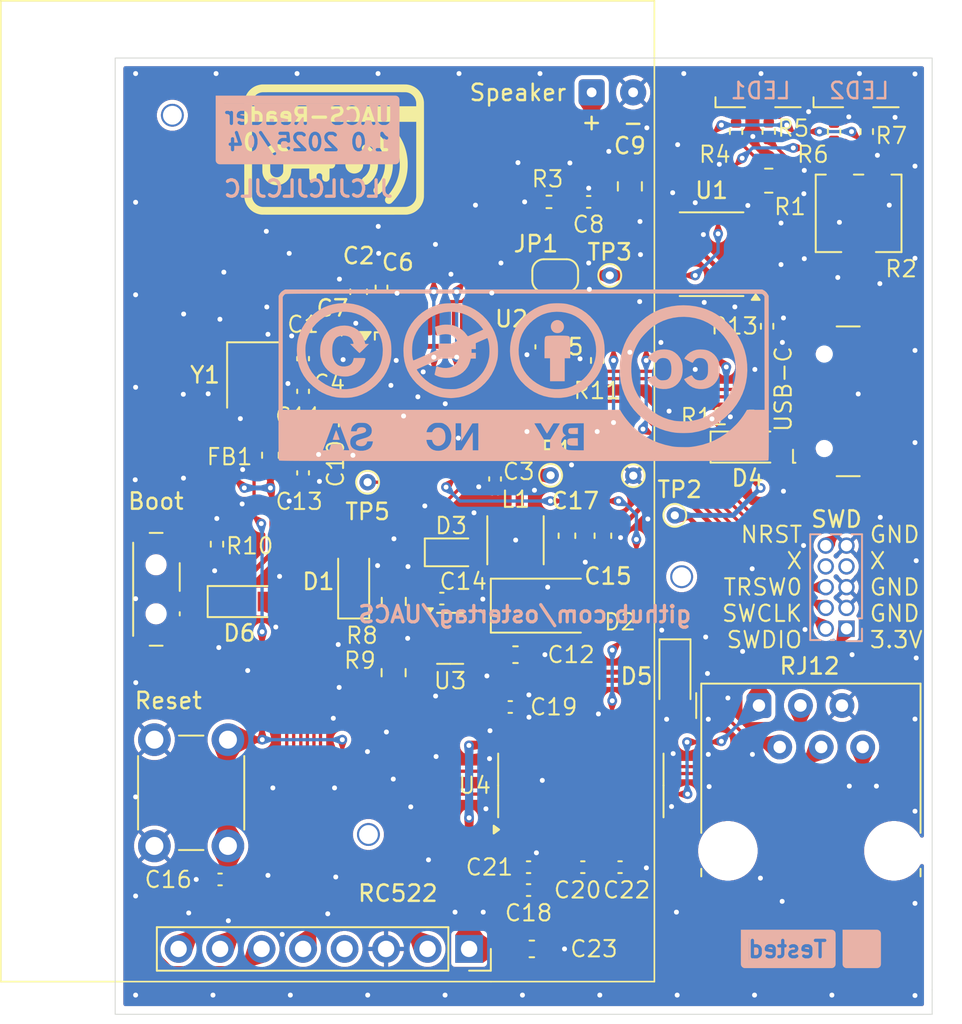
<source format=kicad_pcb>
(kicad_pcb (version 20241229) (generator "pcbnew") (generator_version "9.0")
  (layers (0 "F.Cu" signal) (2 "B.Cu" power) (13 "F.Paste" user) (15 "B.Paste" user) (5 "F.SilkS" user "F.Silkscreen") (7 "B.SilkS" user "B.Silkscreen") (1 "F.Mask" user) (3 "B.Mask" user) (25 "Edge.Cuts" user))
  (net 0 "")
  (net 1 "/HSE_IN")
  (net 2 "GND")
  (net 3 "+3.3V")
  (net 4 "/HSE_OUT")
  (net 5 "Net-(C8-Pad1)")
  (net 6 "Net-(C8-Pad2)")
  (net 7 "+3.3VA")
  (net 8 "V+")
  (net 9 "Net-(D2-K)")
  (net 10 "Net-(D3-K)")
  (net 11 "NRST")
  (net 12 "Net-(U4-C1-)")
  (net 13 "Net-(U4-C1+)")
  (net 14 "Net-(U4-C2-)")
  (net 15 "Net-(U4-C2+)")
  (net 16 "Net-(U4-VS+)")
  (net 17 "Net-(U4-VS-)")
  (net 18 "Net-(D4-A)")
  (net 19 "Net-(D5-A)")
  (net 20 "Net-(D6-A)")
  (net 21 "BOOT0")
  (net 22 "SWCLK")
  (net 23 "SWDIO")
  (net 24 "TRACESWO")
  (net 25 "USB_D+")
  (net 26 "USB_D-")
  (net 27 "RFID_SDA")
  (net 28 "RFID_RST")
  (net 29 "Net-(U4-R1IN)")
  (net 30 "Net-(U4-T1OUT)")
  (net 31 "Net-(R1-Pad2)")
  (net 32 "AUDIO_OUT")
  (net 33 "Net-(U1-+)")
  (net 34 "LED_R1")
  (net 35 "LED_G1")
  (net 36 "LED_R2")
  (net 37 "LED_G2")
  (net 38 "Net-(U3-Vfb)")
  (net 47 "USART3_RX")
  (net 50 "USART3_TX")
  (net 60 "RFID_IRQ")
  (net 66 "Net-(LED1-A1)")
  (net 67 "Net-(LED1-A2)")
  (net 68 "Net-(LED2-A1)")
  (net 69 "Net-(LED2-A2)")
  (net 70 "Net-(USB-C1-CC1)")
  (net 71 "Net-(USB-C1-CC2)")
  (net 73 "RFID_MISO")
  (net 74 "RFID_SCK")
  (net 75 "RFID_MOSI")
  (net 76 "Net-(BOOT1-A)")
  (net 79 "Net-(Speaker1-+)")
  (net 80 "Net-(JP1-B)")
  (footprint "Capacitor_SMD:C_0402_1005Metric" (layer "F.Cu") (at 156.68 67.2)
    (property "Reference" "C19")
    (property "Value" "0.1 µF")
  )
  (footprint "Diode_SMD:Nexperia_CFP3_SOD-123W" (layer "F.Cu") (at 171.2 51.3)
    (property "Reference" "D4")
    (property "Value" "PMEG2010ER")
  )
  (footprint "Capacitor_SMD:C_0603_1608Metric" (layer "F.Cu") (at 157 64)
    (property "Reference" "C12")
    (property "Value" "10 µF")
  )
  (footprint "Resistor_SMD:R_0402_1005Metric" (layer "F.Cu") (at 178.5 32 90)
    (property "Reference" "R7")
    (property "Value" "330 R")
  )
  (footprint "Resistor_SMD:R_0805_2012Metric" (layer "F.Cu") (at 149.55 60.7425 -90)
    (property "Reference" "R8")
    (property "Value" "75 K")
  )
  (footprint "LED_SMD:LED_Kingbright_KPA-3010_3x2x1mm" (layer "F.Cu") (at 172 29)
    (property "Reference" "LED1")
    (property "Value" "LED_Dual_AKA")
  )
  (footprint "Capacitor_SMD:C_0402_1005Metric" (layer "F.Cu") (at 146 44.37 90)
    (property "Reference" "C7")
    (property "Value" "100 nF")
  )
  (footprint "Connector_USB:USB_C_Receptacle_GCT_USB4110" (layer "F.Cu") (at 178.5 48.5 90)
    (property "Reference" "USB-C1" (hide yes))
    (property "Value" "USB_C_Receptacle_USB2.0_14P")
  )
  (footprint "Capacitor_SMD:C_0805_2012Metric" (layer "F.Cu") (at 164 35.35 90)
    (property "Reference" "C9")
    (property "Value" "100 µF")
  )
  (footprint "Potentiometer_SMD:Potentiometer_Bourns_3314S_Horizontal" (layer "F.Cu") (at 178 37)
    (property "Reference" "R2")
    (property "Value" "10 K")
  )
  (footprint "MountingHole:MountingHole_2.2mm_M2" (layer "F.Cu") (at 167.17 59.23)
    (property "Reference" "H2" (hide yes))
    (property "Value" "MountingHole")
  )
  (footprint "Resistor_SMD:R_0805_2012Metric" (layer "F.Cu") (at 149.54 65.1 90)
    (property "Reference" "R9")
    (property "Value" "24 K")
  )
  (footprint "Diode_SMD:Nexperia_CFP3_SOD-123W" (layer "F.Cu") (at 147.096 59.526 90)
    (property "Reference" "D1")
    (property "Value" "PMEG2010ER")
  )
  (footprint "Package_SO:SOIC-8_3.9x4.9mm_P1.27mm" (layer "F.Cu") (at 169 39.5 180)
    (property "Reference" "U1")
    (property "Value" "LM386M-1")
  )
  (footprint "Capacitor_SMD:C_0603_1608Metric" (layer "F.Cu") (at 158 82)
    (property "Reference" "C23")
    (property "Value" "10 µF")
  )
  (footprint "Button_Switch_SMD:SW_SPDT_PCM12" (layer "F.Cu") (at 135.33 60 -90)
    (property "Reference" "BOOT1" (hide yes))
    (property "Value" "SW_SPDT")
  )
  (footprint "Capacitor_SMD:C_0402_1005Metric" (layer "F.Cu") (at 161.12 77)
    (property "Reference" "C20")
    (property "Value" "0.1 µF")
  )
  (footprint "Inductor_SMD:L_Coilcraft_LPS3010" (layer "F.Cu") (at 157 57 90)
    (property "Reference" "L1")
    (property "Value" "15 µH")
  )
  (footprint "Resistor_SMD:R_0402_1005Metric" (layer "F.Cu") (at 162 46 90)
    (property "Reference" "R11")
    (property "Value" "1500 R")
  )
  (footprint "Button_Switch_THT:SW_PUSH_6mm" (layer "F.Cu") (at 139.4 69.2 -90)
    (property "Reference" "RESET1" (hide yes))
    (property "Value" "SW_Push")
  )
  (footprint "Resistor_SMD:R_0402_1005Metric" (layer "F.Cu") (at 171.44 49.45)
    (property "Reference" "R12")
    (property "Value" "5100 R")
  )
  (footprint "MountingHole:MountingHole_2.2mm_M2" (layer "F.Cu") (at 148 75)
    (property "Reference" "H3" (hide yes))
    (property "Value" "MountingHole")
  )
  (footprint "Diode_SMD:Nexperia_CFP3_SOD-123W" (layer "F.Cu") (at 140.42 60.75)
    (property "Reference" "D6")
    (property "Value" "PMEG2010ER")
  )
  (footprint "Capacitor_SMD:C_0402_1005Metric" (layer "F.Cu") (at 144 52.88 -90)
    (property "Reference" "C13")
    (property "Value" "1 µF")
  )
  (footprint "Resistor_SMD:R_0402_1005Metric" (layer "F.Cu") (at 138.73 57.24 -90)
    (property "Reference" "R10")
    (property "Value" "10 K")
  )
  (footprint "Capacitor_SMD:C_0402_1005Metric" (layer "F.Cu") (at 145.83 49.93 90)
    (property "Reference" "C10")
    (property "Value" "10 nF")
  )
  (footprint "Resistor_SMD:R_0402_1005Metric" (layer "F.Cu") (at 172.5 31.99 90)
    (property "Reference" "R5")
    (property "Value" "330 R")
  )
  (footprint "Capacitor_SMD:C_0402_1005Metric" (layer "F.Cu") (at 138.92 77.75 180)
    (property "Reference" "C16")
    (property "Value" "100 nF")
  )
  (footprint "TestPoint:TestPoint_THTPad_D1.0mm_Drill0.5mm" (layer "F.Cu") (at 159.15 53.03)
    (property "Reference" "TP1")
    (property "Value" "+3.3 V")
  )
  (footprint "Resistor_SMD:R_0805_2012Metric" (layer "F.Cu") (at 172.5 35)
    (property "Reference" "R1")
    (property "Value" "100 K")
  )
  (footprint "Capacitor_SMD:C_0402_1005Metric" (layer "F.Cu") (at 144 47.89 90)
    (property "Reference" "C4")
    (property "Value" "10 pF")
  )
  (footprint "LOGO" (layer "F.Cu") (at 145.9 33.1)
    (property "Reference" "G***" (hide yes))
    (property "Value" "LOGO" (hide yes))
  )
  (footprint "Jumper:SolderJumper-2_P1.3mm_Bridged_RoundedPad1.0x1.5mm" (layer "F.Cu") (at 159.43 40.81)
    (property "Reference" "JP1")
    (property "Value" "SolderJumper_2_Bridged")
  )
  (footprint "TestPoint:TestPoint_THTPad_D1.0mm_Drill0.5mm" (layer "F.Cu") (at 162.77 40.8)
    (property "Reference" "TP3")
    (property "Value" "Audio")
  )
  (footprint "Capacitor_SMD:C_0603_1608Metric" (layer "F.Cu") (at 147.4 41.8 90)
    (property "Reference" "C2")
    (property "Value" "10 µF")
  )
  (footprint "MountingHole:MountingHole_2.2mm_M2" (layer "F.Cu") (at 136 31)
    (property "Reference" "H1" (hide yes))
    (property "Value" "MountingHole")
  )
  (footprint "Capacitor_SMD:C_0603_1608Metric" (layer "F.Cu") (at 162.35 56.725 -90)
    (property "Reference" "C15")
    (property "Value" "10 µF")
  )
  (footprint "Capacitor_SMD:C_0402_1005Metric" (layer "F.Cu") (at 148.8 41.522671 90)
    (property "Reference" "C6")
    (property "Value" "100 nF")
  )
  (footprint "Capacitor_SMD:C_0402_1005Metric" (layer "F.Cu") (at 144 45.89 90)
    (property "Reference" "C1")
    (property "Value" "10 pF")
  )
  (footprint "Resistor_SMD:R_0402_1005Metric" (layer "F.Cu") (at 176.5 32.01 90)
    (property "Reference" "R6")
    (property "Value" "330 R")
  )
  (footprint "Capacitor_SMD:C_0402_1005Metric" (layer "F.Cu") (at 155.75 53.25 -90)
    (property "Reference" "C3")
    (property "Value" "100 nF")
  )
  (footprint "Connector_Wire:SolderWire-0.1sqmm_1x02_P3.6mm_D0.4mm_OD1mm" (layer "F.Cu") (at 161.66 29.6)
    (property "Reference" "Speaker1" (hide yes))
    (property "Value" "2_through_holes")
  )
  (footprint "Crystal:Crystal_SMD_3225-4Pin_3.2x2.5mm" (layer "F.Cu") (at 141 46.89 -90)
    (property "Reference" "Y1")
    (property "Value" "16MHz")
  )
  (footprint "Capacitor_SMD:C_0402_1005Metric" (layer "F.Cu") (at 157.8 78.4)
    (property "Reference" "C18")
    (property "Value" "0.1 µF")
  )
  (footprint "Resistor_SMD:R_0402_1005Metric" (layer "F.Cu") (at 172.4 43.91 -90)
    (property "Reference" "R13")
    (property "Value" "5100 R")
  )
  (footprint "Capacitor_SMD:C_0402_1005Metric" (layer "F.Cu") (at 158.58 45.17 -90)
    (property "Reference" "C5")
    (property "Value" "100 nF")
  )
  (footprint "Diode_SMD:D_SOD-323" (layer "F.Cu") (at 153.06 57.74)
    (property "Reference" "D3")
    (property "Value" "1N4148WS")
  )
  (footprint "Capacitor_SMD:C_0402_1005Metric" (layer "F.Cu") (at 144 50.92 -90)
    (property "Reference" "C11")
    (property "Value" "1 µF")
  )
  (footprint "Diode_SMD:D_SMA" (layer "F.Cu") (at 159 61)
    (property "Reference" "D2")
    (property "Value" "B140-E3")
  )
  (footprint "Capacitor_SMD:C_0603_1608Metric" (layer "F.Cu") (at 160.15 56.725 -90)
    (property "Reference" "C17")
    (property "Value" "10 µF")
  )
  (footprint "Capacitor_SMD:C_0402_1005Metric" (layer "F.Cu") (at 152.49 60.57)
    (property "Reference" "C14")
    (property "Value" "100 nF")
  )
  (footprint "Connector_PinSocket_2.54mm:PinSocket_1x08_P2.54mm_Vertical" (layer "F.Cu") (at 154.16 82 -90)
    (property "Reference" "RC522")
    (property "Value" "RFID RC522")
  )
  (footprint "Capacitor_SMD:C_0402_1005Metric" (layer "F.Cu") (at 163.4 77)
    (property "Reference" "C22")
    (property "Value" "0.1 µF")
  )
  (footprint "Inductor_SMD:L_0603_1608Metric" (layer "F.Cu") (at 142 51.8 -90)
    (property "Reference" "FB1")
    (property "Value" "120 R")
  )
  (footprint "LED_SMD:LED_Kingbright_KPA-3010_3x2x1mm" (layer "F.Cu") (at 178 29)
    (property "Reference" "LED2")
    (property "Value" "LED_Dual_AKA")
  )
  (footprint "Resistor_SMD:R_0402_1005Metric" (layer "F.Cu") (at 159.05 36.3 180)
    (property "Reference" "R3")
    (property "Value" "10 R")
  )
  (footprint "Package_SO:SOIC-16_3.9x9.9mm_P1.27mm" (layer "F.Cu") (at 161 72 90)
    (property "Reference" "U4")
    (property "Value" "MAX3232")
  )
  (footprint "Package_TO_SOT_SMD:SOT-23-6" (layer "F.Cu") (at 153 63)
    (property "Reference" "U3")
    (property "Value" "MCP16301Hx-xCH")
  )
  (footprint "Package_QFP:LQFP-48_7x7mm_P0.5mm" (layer "F.Cu") (at 152 47.89)
    (property "Reference" "U2")
    (property "Value" "STM32F103C8T6")
  )
  (footprint "TestPoint:TestPoint_THTPad_D1.0mm_Drill0.5mm" (layer "F.Cu") (at 147.95 53.45)
    (property "Reference" "TP5")
    (property "Value" "RFID_IRQ")
  )
  (footprint "Diode_SMD:Nexperia_CFP3_SOD-123W" (layer "F.Cu") (at 166.76 65.32 -90)
    (property "Reference" "D5")
    (property "Value" "PMEG2010ER")
  )
  (footprint "TestPoint:TestPoint_THTPad_D1.0mm_Drill0.5mm" (layer "F.Cu") (at 164.21 53.05)
    (property "Reference" "TP4")
    (property "Value" "GND")
  )
  (footprint "Capacitor_SMD:C_0402_1005Metric" (layer "F.Cu") (at 157.8 77)
    (property "Reference" "C21")
    (property "Value" "0.1 µF")
  )
  (footprint "Resistor_SMD:R_0402_1005Metric" (layer "F.Cu") (at 170.5 32 90)
    (property "Reference" "R4")
    (property "Value" "330 R")
  )
  (footprint "Capacitor_SMD:C_0402_1005Metric" (layer "F.Cu") (at 161.48 36.3 180)
    (property "Reference" "C8")
    (property "Value" "100 nF")
  )
  (footprint "TestPoint:TestPoint_THTPad_D1.0mm_Drill0.5mm" (layer "F.Cu") (at 166.75 55.477879)
    (property "Reference" "TP2")
    (property "Value" "V+")
  )
  (footprint "Connector_RJ:RJ12_Amphenol_54601-x06_Horizontal" (layer "F.Cu") (at 171.9 67.11)
    (property "Reference" "RJ12")
    (property "Value" "6P6C")
  )
  (footprint "Connector_PinSocket_1.27mm:PinSocket_2x05_P1.27mm_Vertical" (layer "B.Cu") (at 177.2575 62.41)
    (property "Reference" "SWD1" (hide yes))
    (property "Value" "~")
  )
  (footprint "LOGO" (layer "B.Cu") (at 157.5 46.9 180)
    (property "Reference" "G***" (hide yes))
    (property "Value" "CC BY-NC-SA 4.0" (hide yes))
  )
  (gr_line (start 125.5 24) (end 125.5 84) (stroke (width 0.1)) (layer "F.SilkS"))
  (gr_line (start 165.5 24) (end 125.5 24) (stroke (width 0.1)) (layer "F.SilkS"))
  (gr_line (start 155.5 84) (end 165.5 84) (stroke (width 0.1)) (layer "F.SilkS"))
  (gr_line (start 165.5 24) (end 165.5 84) (stroke (width 0.1)) (layer "F.SilkS"))
  (gr_line (start 155.5 84) (end 125.5 84) (stroke (width 0.1)) (layer "F.SilkS"))
  (gr_rect (start 177.2675 81.075) (end 179.1175 82.925) (stroke (width 0.5)) (fill yes) (layer "B.SilkS"))
  (gr_rect (start 138.9 30.05) (end 149.65 33.75) (stroke (width 0.5)) (fill no) (layer "B.SilkS"))
  (gr_rect (start 171.0425 81.075) (end 176.3425 82.925) (stroke (width 0.5)) (fill no) (layer "B.SilkS"))
  (gr_line (start 182.5 84.5) (end 182.5 86) (stroke (width 0.05)) (layer "Edge.Cuts"))
  (gr_line (start 132.5 86) (end 182.5 86) (stroke (width 0.05)) (layer "Edge.Cuts"))
  (gr_line (start 132.5 27.5) (end 132.5 86) (stroke (width 0.05)) (layer "Edge.Cuts"))
  (gr_line (start 182.5 27.5) (end 132.5 27.5) (stroke (width 0.05)) (layer "Edge.Cuts"))
  (gr_line (start 182.5 84.5) (end 182.5 27.5) (stroke (width 0.05)) (layer "Edge.Cuts"))
  (gr_text "-" (at 164.2 31.4508 0) (layer "F.SilkS") (effects (font (size 1 1))))
  (gr_text "NRST\nX\nTRSW0\nSWCLK\nSWDIO" (at 174.625 63.675513 0) (layer "F.SilkS") (effects (font (size 1 1) (thickness 0.125)) (justify right bottom)))
  (gr_text "Speaker" (at 160.2 30.2 0) (layer "F.SilkS") (effects (font (size 1 1)) (justify right bottom)))
  (gr_text "+" (at 161.66 31.4 0) (layer "F.SilkS") (effects (font (size 1 1))))
  (gr_text "USB-C" (at 173.975 47.75 90) (layer "F.SilkS") (effects (font (size 1 1) (thickness 0.125)) (justify bottom)))
  (gr_text "Reset" (at 133.6 67.4 0) (layer "F.SilkS") (effects (font (size 1 1)) (justify left bottom)))
  (gr_text "GND\nX\nGND\nGND\n3.3V" (at 178.6 63.675513 0) (layer "F.SilkS") (effects (font (size 1 1) (thickness 0.125)) (justify left bottom)))
  (gr_text "Boot" (at 133.2 55.2 0) (layer "F.SilkS") (effects (font (size 1 1)) (justify left bottom)))
  (gr_text "SWD" (at 176.65 56.3 0) (layer "F.SilkS") (effects (font (size 1 1)) (justify bottom)))
  (gr_text "Tested" (at 173.6425 82.025 0) (layer "B.SilkS" knockout) (effects (font (size 1 1) (thickness 0.2) (bold yes)) (justify mirror)))
  (gr_text "UACS-Reader\n1.0 2025/04" (at 144.35 31.85 0) (layer "B.SilkS" knockout) (effects (font (size 1 1) (thickness 0.2) (bold yes)) (justify mirror)))
  (gr_text "JLCJLCJLCJLC" (at 144.325 35.5 0) (layer "B.SilkS") (effects (font (size 1 1) (thickness 0.2) (bold yes)) (justify mirror)))
  (gr_text "github.com/ostertag/UACS" (at 167.866668 60.95 0) (layer "B.SilkS") (effects (font (size 1 1) (thickness 0.2) (bold yes)) (justify left top mirror)))
  (segment (start 144.57 46.37) (end 144 46.37) (width 0.2) (layer "F.Cu") (net 1))
  (segment (start 143.43 46.37) (end 142.98 46.82) (width 0.2) (layer "F.Cu") (net 1))
  (segment (start 140.69 46.43) (end 140.15 45.89) (width 0.2) (layer "F.Cu") (net 1))
  (segment (start 144 46.37) (end 143.43 46.37) (width 0.2) (layer "F.Cu") (net 1))
  (segment (start 147.8375 47.14) (end 145.34 47.14) (width 0.2) (layer "F.Cu") (net 1))
  (segment (start 140.69 46.64) (end 140.69 46.43) (width 0.2) (layer "F.Cu") (net 1))
  (segment (start 145.34 47.14) (end 144.57 46.37) (width 0.2) (layer "F.Cu") (net 1))
  (segment (start 142.98 46.82) (end 140.87 46.82) (width 0.2) (layer "F.Cu") (net 1))
  (segment (start 140.87 46.82) (end 140.69 46.64) (width 0.2) (layer "F.Cu") (net 1))
  (segment (start 179.75 30.65) (end 180.23 31.13) (width 0.3) (layer "F.Cu") (net 2))
  (segment (start 149.75 43.7275) (end 149.749999 41.88913) (width 0.3) (layer "F.Cu") (net 2))
  (segment (start 147.8375 48.64) (end 146.64 48.64) (width 0.3) (layer "F.Cu") (net 2))
  (segment (start 149.7 63) (end 149.54 63.16) (width 0.3) (layer "F.Cu") (net 2))
  (segment (start 173.4 54) (end 174.5 54) (width 0.3) (layer "F.Cu") (net 2))
  (segment (start 154.25 53.23) (end 154.75 53.73) (width 0.3) (layer "F.Cu") (net 2))
  (segment (start 156.1625 45.64) (end 157.69 45.64) (width 0.3) (layer "F.Cu") (net 2))
  (segment (start 179.325 53.61) (end 179.324999 55.6) (width 0.3) (layer "F.Cu") (net 2))
  (segment (start 157.825 67.825) (end 157.825 67.425) (width 0.3) (layer "F.Cu") (net 2))
  (segment (start 179.15 34.975) (end 179.149999 33.450001) (width 0.3) (layer "F.Cu") (net 2))
  (segment (start 147.8375 48.64) (end 149.39 48.64) (width 0.3) (layer "F.Cu") (net 2))
  (segment (start 174.82 45.3) (end 174.82 43.965) (width 0.3) (layer "F.Cu") (net 2))
  (segment (start 164.97 77) (end 165.01 77.04) (width 0.3) (layer "F.Cu") (net 2))
  (segment (start 147.4 41.025) (end 146.225 41.025) (width 0.3) (layer "F.Cu") (net 2))
  (segment (start 173.41 43.39) (end 173.4 43.4) (width 0.3) (layer "F.Cu") (net 2))
  (segment (start 140.15 47.99) (end 140.15 49.55) (width 0.3) (layer "F.Cu") (net 2))
  (segment (start 171.475 40.135) (end 173.25 40.135001) (width 0.3) (layer "F.Cu") (net 2))
  (segment (start 174.82 51.7) (end 174.82 53.035) (width 0.3) (layer "F.Cu") (net 2))
  (segment (start 155.75 53.73) (end 154.75 53.73) (width 0.3) (layer "F.Cu") (net 2))
  (segment (start 144 51.4) (end 144.6 51.4) (width 0.3) (layer "F.Cu") (net 2))
  (segment (start 157.69 45.64) (end 157.7 45.65) (width 0.3) (layer "F.Cu") (net 2))
  (segment (start 144 45.2) (end 143.3 44.5) (width 0.3) (layer "F.Cu") (net 2))
  (segment (start 158.775 82) (end 160 82) (width 0.3) (layer "F.Cu") (net 2))
  (segment (start 171.475 37.595) (end 173.25 37.595001) (width 0.3) (layer "F.Cu") (net 2))
  (segment (start 150.4 63) (end 149.7 63) (width 0.3) (layer "F.Cu") (net 2))
  (segment (start 143.075345 47.41) (end 143.072521 47.412824) (width 0.3) (layer "F.Cu") (net 2))
  (segment (start 157.775 64) (end 158.8 64) (width 0.3) (layer "F.Cu") (net 2))
  (segment (start 173.75 29.5) (end 173.75 30.499999) (width 0.3) (layer "F.Cu") (net 2))
  (segment (start 179.325 41.325) (end 179.325 43.39) (width 0.3) (layer "F.Cu") (net 2))
  (segment (start 146.64 48.64) (end 145.83 49.45) (width 0.3) (layer "F.Cu") (net 2))
  (segment (start 164 77) (end 164.97 77) (width 0.3) (layer "F.Cu") (net 2))
  (segment (start 173.75 30.499999) (end 174.030001 30.78) (width 0.3) (layer "F.Cu") (net 2))
  (segment (start 141.85 44.4) (end 141.85 45.79) (width 0.3) (layer "F.Cu") (net 2))
  (segment (start 144 45.41) (end 144 45.2) (width 0.3) (layer "F.Cu") (net 2))
  (segment (start 138.44 77.75) (end 137.46 77.75) (width 0.3) (layer "F.Cu") (net 2))
  (segment (start 154.25 52.0525) (end 154.25 53.23) (width 0.3) (layer "F.Cu") (net 2))
  (segment (start 174.030001 30.78) (end 174.94 30.78) (width 0.3) (layer "F.Cu") (net 2))
  (segment (start 157.7 45.65) (end 158.58 45.65) (width 0.3) (layer "F.Cu") (net 2))
  (segment (start 175.395 43.39) (end 173.41 43.39) (width 0.3) (layer "F.Cu") (net 2))
  (segment (start 179.75 29.5) (end 179.75 30.65) (width 0.3) (layer "F.Cu") (net 2))
  (segment (start 140.15 49.55) (end 140.16 49.56) (width 0.3) (layer "F.Cu") (net 2))
  (segment (start 149.54 63.16) (end 149.54 64.1875) (width 0.3) (layer "F.Cu") (net 2))
  (segment (start 157.825 67.425) (end 157.6 67.2) (width 0.3) (layer "F.Cu") (net 2))
  (segment (start 138.73 55.68) (end 138.72 55.67) (width 0.3) (layer "F.Cu") (net 2))
  (segment (start 170.93 49.45) (end 170.15 49.45) (width 0.3) (layer "F.Cu") (net 2))
  (segment (start 147.06 43.89) (end 147.225 43.725) (width 0.3) (layer "F.Cu") (net 2))
  (segment (start 149.442671 41.042671) (end 148.8 41.042671) (width 0.3) (layer "F.Cu") (net 2))
  (segment (start 157.36 67.2) (end 157.16 67.4) (width 0.3) (layer "F.Cu") (net 2))
  (segment (start 149.749999 41.349999) (end 149.442671 41.042671) (width 0.3) (layer "F.Cu") (net 2))
  (segment (start 145 53.4) (end 144.04 53.4) (width 0.3) (layer "F.Cu") (net 2))
  (segment (start 157.825 69.525) (end 157.825 67.825) (width 0.3) (layer "F.Cu") (net 2))
  (segment (start 179.3 41.3) (end 179.325 41.325) (width 0.3) (layer "F.Cu") (net 2))
  (segment (start 158.54 36.3) (end 157.56 36.3) (width 0.3) (layer "F.Cu") (net 2))
  (segment (start 173.4 43.4) (end 172.4 43.4) (width 0.3) (layer "F.Cu") (net 2))
  (segment (start 144 47.41) (end 143.075345 47.41) (width 0.3) (layer "F.Cu") (net 2))
  (segment (start 144.6 51.4) (end 144.95 51.75) (width 0.3) (layer "F.Cu") (net 2))
  (segment (start 146 43.89) (end 147.06 43.89) (width 0.3) (layer "F.Cu") (net 2))
  (segment (start 150.4 63) (end 151.8625 63) (width 0.3) (layer "F.Cu") (net 2))
  (segment (start 158.28 77) (end 158.279999 76.120001) (width 0.3) (layer "F.Cu") (net 2))
  (segment (start 138.73 56.73) (end 138.73 55.68) (width 0.3) (layer "F.Cu") (net 2))
  (segment (start 157.6 67.2) (end 157.36 67.2) (width 0.3) (layer "F.Cu") (net 2))
  (segment (start 149.39 48.64) (end 150.15 49.4) (width 0.3) (layer "F.Cu") (net 2))
  (segment (start 149.749999 41.88913) (end 149.749999 41.349999) (width 0.3) (layer "F.Cu") (net 2))
  (via (at 168.85 72.07) (size 0.6) (drill 0.3) (layers "F.Cu" "B.Cu") (net 2))
  (via (at 165.04 31.77) (size 0.6) (drill 0.3) (layers "F.Cu" "B.Cu") (net 2))
  (via (at 153.54375 28.45) (size 0.6) (drill 0.3) (layers "F.Cu" "B.Cu") (net 2))
  (via (at 153.5 50.75) (size 0.6) (drill 0.3) (layers "F.Cu" "B.Cu") (net 2))
  (via (at 140.27 54.78) (size 0.6) (drill 0.3) (layers "F.Cu" "B.Cu") (net 2))
  (via (at 155 60.6) (size 0.6) (drill 0.3) (layers "F.Cu" "B.Cu") (net 2))
  (via (at 174.63 57.32) (size 0.6) (drill 0.3) (layers "F.Cu" "B.Cu") (net 2))
  (via (at 179.3 41.3) (size 0.6) (drill 0.3) (layers "F.Cu" "B.Cu") (net 2))
  (via (at 155.25 65.3) (size 0.6) (drill 0.3) (layers "F.Cu" "B.Cu") (net 2))
  (via (at 157.825 67.825) (size 0.6) (drill 0.3) (layers "F.Cu" "B.Cu") (net 2))
  (via (at 179.324999 55.6) (size 0.6) (drill 0.3) (layers "F.Cu" "B.Cu") (net 2))
  (via (at 161.48 35.46) (size 0.6) (drill 0.3) (layers "F.Cu" "B.Cu") (net 2))
  (via (at 164.6 42.4) (size 0.6) (drill 0.3) (layers "F.Cu" "B.Cu") (net 2))
  (via (at 181.525 58.25) (size 0.6) (drill 0.3) (layers "F.Cu" "B.Cu") (net 2))
  (via (at 179.875 36.5) (size 0.6) (drill 0.3) (layers "F.Cu" "B.Cu") (net 2))
  (via (at 176.825 37.55) (size 0.6) (drill 0.3) (layers "F.Cu" "B.Cu") (net 2))
  (via (at 136.69 43.16) (size 0.6) (drill 0.3) (layers "F.Cu" "B.Cu") (net 2))
  (via (at 142.15 72.15) (size 0.6) (drill 0.3) (layers "F.Cu" "B.Cu") (net 2))
  (via (at 155.19 73.43) (size 0.6) (drill 0.3) (layers "F.Cu" "B.Cu") (net 2))
  (via (at 149.375 47.525) (size 0.6) (drill 0.3) (layers "F.Cu" "B.Cu") (net 2))
  (via (at 133.75 78.7625) (size 0.6) (drill 0.3) (layers "F.Cu" "B.Cu") (net 2))
  (via (at 177.4 31.1) (size 0.6) (drill 0.3) (layers "F.Cu" "B.Cu") (net 2))
  (via (at 172.025 28.45) (size 0.6) (drill 0.3) (layers "F.Cu" "B.Cu") (net 2))
  (via (at 138.587 58.8656) (size 0.6) (drill 0.3) (layers "F.Cu" "B.Cu") (net 2))
  (via (at 171.22 36.52) (size 0.6) (drill 0.3) (layers "F.Cu" "B.Cu") (net 2))
  (via (at 166.62 35.74) (size 0.6) (drill 0.3) (layers "F.Cu" "B.Cu") (net 2))
  (via (at 139.15 40.6) (size 0.6) (drill 0.3) (layers "F.Cu" "B.Cu") (net 2))
  (via (at 158.16 53.94) (size 0.6) (drill 0.3) (layers "F.Cu" "B.Cu") (net 2))
  (via (at 136.67 48.07) (size 0.6) (drill 0.3) (layers "F.Cu" "B.Cu") (net 2))
  (via (at 148.6 37.8) (size 0.6) (drill 0.3) (layers "F.Cu" "B.Cu") (net 2))
  (via (at 168.55 42.45) (size 0.6) (drill 0.3) (layers "F.Cu" "B.Cu") (net 2))
  (via (at 133.75 47.641667) (size 0.6) (drill 0.3) (layers "F.Cu" "B.Cu") (net 2))
  (via (at 181.45 39.75) (size 0.6) (drill 0.3) (layers "F.Cu" "B.Cu") (net 2))
  (via (at 142.33 62.31) (size 0.6) (drill 0.3) (layers "F.Cu" "B.Cu") (net 2))
  (via (at 161.52 41.65) (size 0.6) (drill 0.3) (layers "F.Cu" "B.Cu") (net 2))
  (via (at 145.85 67.89) (size 0.6) (drill 0.3) (layers "F.Cu" "B.Cu") (net 2))
  (via (at 166.925 32.8) (size 0.6) (drill 0.3) (layers "F.Cu" "B.Cu") (net 2))
  (via (at 133.75 41.983333) (size 0.6) (drill 0.3) (layers "F.Cu" "B.Cu") (net 2))
  (via (at 166.65 70.05) (size 0.6) (drill 0.3) (layers "F.Cu" "B.Cu") (net 2))
  (via (at 157.7 50.35) (size 0.6) (drill 0.3) (layers "F.Cu" "B.Cu") (net 2))
  (via (at 168 36.35) (size 0.6) (drill 0.3) (layers "F.Cu" "B.Cu") (net 2))
  (via (at 166.85 79.75) (size 0.6) (drill 0.3) (layers "F.Cu" "B.Cu") (net 2))
  (via (at 133.76 65.71) (size 0.6) (drill 0.3) (layers "F.Cu" "B.Cu") (net 2))
  (via (at 145.925 72.15) (size 0.6) (drill 0.3) (layers "F.Cu" "B.Cu") (net 2))
  (via (at 174.675 39.775) (size 0.6) (drill 0.3) (layers "F.Cu" "B.Cu") (net 2))
  (via (at 160 82) (size 0.6) (drill 0.3) (layers "F.Cu" "B.Cu") (net 2))
  (via (at 152.14 70.23) (size 0.6) (drill 0.3) (layers "F.Cu" "B.Cu") (net 2))
  (via (at 149.749999 41.88913) (size 0.6) (drill 0.3) (layers "F.Cu" "B.Cu") (net 2))
  (via (at 146.225 41.025) (size 0.6) (drill 0.3) (layers "F.Cu" "B.Cu") (net 2))
  (via (at 152.69 84.825) (size 0.6) (drill 0.3) (layers "F.Cu" "B.Cu") (net 2))
  (via (at 140.16 49.56) (size 0.6) (drill 0.3) (layers "F.Cu" "B.Cu") (net 2))
  (via (at 149.56 56.91) (size 0.6) (drill 0.3) (layers "F.Cu" "B.Cu") (net 2))
  (via (at 168.5 38.3) (size 0.6) (drill 0.3) (layers "F.Cu" "B.Cu") (net 2))
  (via (at 173.3342 44.8956) (size 0.6) (drill 0.3) (layers "F.Cu" "B.Cu") (net 2))
  (via (at 143.15 39.45) (size 0.6) (drill 0.3) (layers "F.Cu" "B.Cu") (net 2))
  (via (at 162.16 84.825) (size 0.6) (drill 0.3) (layers "F.Cu" "B.Cu") (net 2))
  (via (at 168 46.55) (size 0.6) (drill 0.3) (layers "F.Cu" "B.Cu") (net 2))
  (via (at 157.56 36.3) (size 0.6) (drill 0.3) (layers "F.Cu" "B.Cu") (net 2))
  (via (at 179.09 72.04) (size 0.6) (drill 0.3) (layers "F.Cu" "B.Cu") (net 2))
  (via (at 164 45.5) (size 0.6) (drill 0.3) (layers "F.Cu" "B.Cu") (net 2))
  (via (at 173.25 37.595001) (size 0.6) (drill 0.3) (layers "F.Cu" "B.Cu") (net 2))
  (via (at 149.1 68.73) (size 0.6) (drill 0.3) (layers "F.Cu" "B.Cu") (net 2))
  (via (at 174.94 30.78) (size 0.6) (drill 0.3) (layers "F.Cu" "B.Cu") (net 2))
  (via (at 143.072521 47.412824) (size 0.6) (drill 0.3) (layers "F.Cu" "B.Cu") (net 2))
  (via (at 158.8 64) (size 0.6) (drill 0.3) (layers "F.Cu" "B.Cu") (net 2))
  (via (at 161.48 40.04) (size 0.6) (drill 0.3) (layers "F.Cu" "B.Cu") (net 2))
  (via (at 181.45 45.3875) (size 0.6) (drill 0.3) (layers "F.Cu" "B.Cu") (net 2))
  (via (at 152.11 66.53) (size 0.6) (drill 0.3) (layers "F.Cu" "B.Cu") (net 2))
  (via (at 170 66.65) (size 0.6) (drill 0.3) (layers "F.Cu" "B.Cu") (net 2))
  (via (at 156.11 40.04) (size 0.6) (drill 0.3) (layers "F.Cu" "B.Cu") (net 2))
  (via (at 165.95 62.5) (size 0.6) (drill 0.3) (layers "F.Cu" "B.Cu") (net 2))
  (via (at 133.75 60.575) (size 0.6) (drill 0.3) (layers "F.Cu" "B.Cu") (net 2))
  (via (at 146.15 63.38) (size 0.6) (drill 0.3) (layers "F.Cu" "B.Cu") (net 2))
  (via (at 155.44 68.65) (size 0.6) (drill 0.3) (layers "F.Cu" "B.Cu") (net 2))
  (via (at 165.9 44.9) (size 0.6) (drill 0.3) (layers "F.Cu" "B.Cu") (net 2))
  (via (at 158.5 28.45) (size 0.6) (drill 0.3) (layers "F.Cu" "B.Cu") (net 2))
  (via (at 148.625 39.45) (size 0.6) (drill 0.3) (layers "F.Cu" "B.Cu") (net 2))
  (via (at 173.25 40.135001) (size 0.6) (drill 0.3) (layers "F.Cu" "B.Cu") (net 2))
  (via (at 147.955 84.825) (size 0.6) (drill 0.3) (layers "F.Cu" "B.Cu") (net 2))
  (via (at 177.43 72.04) (size 0.6) (drill 0.3) (layers "F.Cu" "B.Cu") (net 2))
  (via (at 181.45 34.1125) (size 0.6) (drill 0.3) (layers "F.Cu" "B.Cu") (net 2))
  (via (at 138.675 28.45) (size 0.6) (drill 0.3) (layers "F.Cu" "B.Cu") (net 2))
  (via (at 171.99 77.67) (size 0.6) (drill 0.3) (layers "F.Cu" "B.Cu") (net 2))
  (via (at 146 77.6) (size 0.6) (drill 0.3) (layers "F.Cu" "B.Cu") (net 2))
  (via (at 165.01 77.04) (size 0.6) (drill 0.3) (layers "F.Cu" "B.Cu") (net 2))
  (via (at 137.46 77.75) (size 0.6) (drill 0.3) (layers "F.Cu" "B.Cu") (net 2))
  (via (at 141.78 42.73) (size 0.6) (drill 0.3) (layers "F.Cu" "B.Cu") (net 2))
  (via (at 140.61 64.97) (size 0.6) (drill 0.3) (layers "F.Cu" "B.Cu") (net 2))
  (via (at 146.45 45.95) (size 0.6) (drill 0.3) (layers "F.Cu" "B.Cu") (net 2))
  (via (at 166.55 73.29) (size 0.6) (drill 0.3) (layers "F.Cu" "B.Cu") (net 2))
  (via (at 144.95 51.75) (size 0.6) (drill 0.3) (layers "F.Cu" "B.Cu") (net 2))
  (via (at 141.85 44.4) (size 0.6) (drill 0.3) (layers "F.Cu" "B.Cu") (net 2))
  (via (at 139.425 80.275) (size 0.6) (drill 0.3) (layers "F.Cu" "B.Cu") (net 2))
  (via (at 166.25 67.95) (size 0.6) (drill 0.3) (layers "F.Cu" "B.Cu") (net 2))
  (via (at 151.45 54.9) (size 0.6) (drill 0.3) (layers "F.Cu" "B.Cu") (net 2))
  (via (at 174.65 35.8) (size 0.6) (drill 0.3) (layers "F.Cu" "B.Cu") (net 2))
  (via (at 140.3 52.675) (size 0.6) (drill 0.3) (layers "F.Cu" "B.Cu") (net 2))
  (via (at 157.425 84.825) (size 0.6) (drill 0.3) (layers "F.Cu" "B.Cu") (net 2))
  (via (at 181.45 28.475) (size 0.6) (drill 0.3) (layers "F.Cu" "B.Cu") (net 2))
  (via (at 166.895 84.825) (size 0.6) (drill 0.3) (layers "F.Cu" "B.Cu") (net 2))
  (via (at 150.42 58.61) (size 0.6) (drill 0.3) (layers "F.Cu" "B.Cu") (net 2))
  (via (at 164.62 37.5) (size 0.6) (drill 0.3) (layers "F.Cu" "B.Cu") (net 2))
  (via (at 178.05 28.45) (size 0.6) (drill 0.3) (layers "F.Cu" "B.Cu") (net 2))
  (via (at 176.365 84.825) (size 0.6) (drill 0.3) (layers "F.Cu" "B.Cu") (net 2))
  (via (at 143.3 44.5) (size 0.6) (drill 0.3) (layers "F.Cu" "B.Cu") (net 2))
  (via (at 157.82 66.46) (size 0.6) (drill 0.3) (layers "F.Cu" "B.Cu") (net 2))
  (via (at 176.725 40.925) (size 0.6) (drill 0.3) (layers "F.Cu" "B.Cu") (net 2))
  (via (at 168.64 62.92) (size 0.6) (drill 0.3) (layers "F.Cu" "B.Cu") (net 2))
  (via (at 133.75 28.45) (size 0.6) (drill 0.3) (layers "F.Cu" "B.Cu") (net 2))
  (via (at 160.33 33.92) (size 0.6) (drill 0.3) (layers "F.Cu" "B.Cu") (net 2))
  (via (at 147.94 69.93) (size 0.6) (drill 0.3) (layers "F.Cu" "B.Cu") (net 2))
  (via (at 138.19 48.04) (size 0.6) (drill 0.3) (layers "F.Cu" "B.Cu") (net 2))
  (via (at 142.72 81.11) (size 0.6) (drill 0.3) (layers "F.Cu" "B.Cu") (net 2))
  (via (at 164.65 39.525) (size 0.6) (drill 0.3) (layers "F.Cu" "B.Cu") (net 2))
  (via (at 168.8 70.1) (size 0.6) (drill 0.3) (layers "F.Cu" "B.Cu") (net 2))
  (via (at 136.68 53.2) (size 0.6) (drill 0.3) (layers "F.Cu" "B.Cu") (net 2))
  (via (at 143.63125 28.45) (size 0.6) (drill 0.3) (layers "F.Cu" "B.Cu") (net 2))
  (via (at 180.23 31.13) (size 0.6) (drill 0.3) (layers "F.Cu" "B.Cu") (net 2))
  (via (at 170.15 49.45) (size 0.6) (drill 0.3) (layers "F.Cu" "B.Cu") (net 2))
  (via (at 155.55 41.875) (size 0.6) (drill 0.3) (layers "F.Cu" "B.Cu") (net 2))
  (via (at 170.9 63.8) (size 0.6) (drill 0.3) (layers "F.Cu" "B.Cu") (net 2))
  (via (at 145 53.4) (size 0.6) (drill 0.3) (layers "F.Cu" "B.Cu") (net 2))
  (via (at 137 79.8) (size 0.6) (drill 0.3) (layers "F.Cu" "B.Cu") (net 2))
  (via (at 171.65 46.55) (size 0.6) (drill 0.3) (layers "F.Cu" "B.Cu") (net 2))
  (via (at 168.75 65.15) (size 0.6) (drill 0.3) (layers "F.Cu" "B.Cu") (net 2))
  (via (at 181.45 73.575) (size 0.6) (drill 0.3) (layers "F.Cu" "B.Cu") (net 2))
  (via (at 133.725 53.3) (size 0.6) (drill 0.3) (layers "F.Cu" "B.Cu") (net 2))
  (via (at 133.75 84.825) (size 0.6) (drill 0.3) (layers "F.Cu" "B.Cu") (net 2))
  (via (at 168.8 67.95) (size 0.6) (drill 0.3) (layers "F.Cu" "B.Cu") (net 2))
  (via (at 169.475 34) (size 0.6) (drill 0.3) (layers "F.Cu" "B.Cu") (net 2))
  (via (at 181.45 67.9375) (size 0.6) (drill 0.3) (layers "F.Cu" "B.Cu") (net 2))
  (via (at 157.7 45.65) (size 0.6) (drill 0.3) (layers "F.Cu" "B.Cu") (net 2))
  (via (at 151.025 48.225) (size 0.6) (drill 0.3) (layers "F.Cu" "B.Cu") (net 2))
  (via (at 141.75 38.1) (size 0.6) (drill 0.3) (layers "F.Cu" "B.Cu") (net 2))
  (via (at 151.35 46.7) (size 0.6) (drill 0.3) (layers "F.Cu" "B.Cu") (net 2))
  (via (at 151.675 76.55) (size 0.6) (drill 0.3) (layers "F.Cu" "B.Cu") (net 2))
  (via (at 173.4 54) (size 0.6) (drill 0.3) (layers "F.Cu" "B.Cu") (net 2))
  (via (at 154.55 36.5) (size 0.6) (drill 0.3) (layers "F.Cu" "B.Cu") (net 2))
  (via (at 162.71 33.21) (size 0.6) (drill 0.3) (layers "F.Cu" "B.Cu") (net 2))
  (via (at 138.841 63.5646) (size 0.6) (drill 0.3) (layers "F.Cu" "B.Cu") (net 2))
  (via (at 149.52 71.61) (size 0.6) (drill 0.3) (layers "F.Cu" "B.Cu") (net 2))
  (via (at 138.91 43.48) (size 0.6) (drill 0.3) (layers "F.Cu" "B.Cu") (net 2))
  (via (at 160.95 45.9) (size 0.6) (drill 0.3) (layers "F.Cu" "B.Cu") (net 2))
  (via (at 158.97 59.87) (size 0.6) (drill 0.3) (layers "F.Cu" "B.Cu") (net 2))
  (via (at 157.15 33.9) (size 0.6) (drill 0.3) (layers "F.Cu" "B.Cu") (net 2))
  (via (at 153.3 79.75) (size 0.6) (drill 0.3) (layers "F.Cu" "B.Cu") (net 2))
  (via (at 163.43 56.84) (size 0.6) (drill 0.3) (layers "F.Cu" "B.Cu") (net 2))
  (via (at 177.975 48.05) (size 0.6) (drill 0.3) (layers "F.Cu" "B.Cu") (net 2))
  (via (at 152.7 48.65) (size 0.6) (drill 0.3) (layers "F.Cu" "B.Cu") (net 2))
  (via (at 173.32 79.09) (size 0.6) (drill 0.3) (layers "F.Cu" "B.Cu") (net 2))
  (via (at 174.72 62.46) (size 0.6) (drill 0.3) (layers "F.Cu" "B.Cu") (net 2))
  (via (at 171.5 70.1) (size 0.6) (drill 0.3) (layers "F.Cu" "B.Cu") (net 2))
  (via (at 155.41 70.36) (size 0.6) (drill 0.3) (layers "F.Cu" "B.Cu") (net 2))
  (via (at 158.279999 76.120001) (size 0.6) (drill 0.3) (layers "F.Cu" "B.Cu") (net 2))
  (via (at 177.6 64) (size 0.6) (drill 0.3) (layers "F.Cu" "B.Cu") (net 2))
  (via (at 155.025 79.75) (size 0.6) (drill 0.3) (layers "F.Cu" "B.Cu") (net 2))
  (via (at 162.075 67.625) (size 0.6) (drill 0.3) (layers "F.Cu" "B.Cu") (net 2))
  (via (at 158.64 71.69) (size 0.6) (drill 0.3) (layers "F.Cu" "B.Cu") (net 2))
  (via (at 133.75 36.325) (size 0.6) (drill 0.3) (layers "F.Cu" "B.Cu") (net 2))
  (via (at 181.45 51.025) (size 0.6) (drill 0.3) (layers "F.Cu" "B.Cu") (net 2))
  (via (at 181.45 84.85) (size 0.6) (drill 0.3) (layers "F.Cu" "B.Cu") (net 2))
  (via (at 138.485 84.825) (size 0.6) (drill 0.3) (layers "F.Cu" "B.Cu") (net 2))
  (via (at 150.4 63) (size 0.6) (drill 0.3) (layers "F.Cu" "B.Cu") (net 2))
  (via (at 179.149999 33.450001) (size 0.6) (drill 0.3) (layers "F.Cu" "B.Cu") (net 2))
  (via (at 154.46 55.32) (size 0.6) (drill 0.3) (layers "F.Cu" "B.Cu") (net 2))
  (via (at 167.3 28.45) (size 0.6) (drill 0.3) (layers "F.Cu" "B.Cu") (net 2))
  (via (at 174.675 34.375) (size 0.6) (drill 0.3) (layers "F.Cu" "B.Cu") (net 2))
  (via (at 166.4 49.1) (size 0.6) (drill 0.3) (layers "F.Cu" "B.Cu") (net 2))
  (via (at 133.75 72.7) (size 0.6) (drill 0.3) (layers "F.Cu" "B.Cu") (net 2))
  (via (at 145.51 79.85) (size 0.6) (drill 0.3) (layers "F.Cu" "B.Cu") (net 2))
  (via (at 141.85 77.5) (size 0.6) (drill 0.3) (layers "F.Cu" "B.Cu") (net 2))
  (via (at 148.5875 28.45) (size 0.6) (drill 0.3) (layers "F.Cu" "B.Cu") (net 2))
  (via (at 170.425 42.725) (size 0.6) (drill 0.3) (layers "F.Cu" "B.Cu") (net 2))
  (via (at 171.485735 58.744265) (size 0.6) (drill 0.3) (layers "F.Cu" "B.Cu") (net 2))
  (via (at 181.45 79.2125) (size 0.6) (drill 0.3) (layers "F.Cu" "B.Cu") (net 2))
  (via (at 152.1 38.9) (size 0.6) (drill 0.3) (layers "F.Cu" "B.Cu") (net 2))
  (via (at 142.56 59.21) (size 0.6) (drill 0.3) (layers "F.Cu" "B.Cu") (net 2))
  (via (at 138.72 55.67) (size 0.6) (drill 0.3) (layers "F.Cu" "B.Cu") (net 2))
  (via (at 160.43 52.39) (size 0.6) (drill 0.3) (layers "F.Cu" "B.Cu") (net 2))
  (via (at 154.75 53.73) (size 0.6) (drill 0.3) (layers "F.Cu" "B.Cu") (net 2))
  (via (at 165.1 55.7) (size 0.6) (drill 0.3) (layers "F.Cu" "B.Cu") (net 2))
  (via (at 181.525 64.2) (size 0.6) (drill 0.3) (layers "F.Cu" "B.Cu") (net 2))
  (via (at 150.15 49.4) (size 0.6) (drill 0.3) (layers "F.Cu" "B.Cu") (net 2))
  (via (at 161.27 58.34) (size 0.6) (drill 0.3) (layers "F.Cu" "B.Cu") (net 2))
  (via (at 171.525 32.3) (size 0.6) (drill 0.3) (layers "F.Cu" "B.Cu") (net 2))
  (via (at 153.05 40.725) (size 0.6) (drill 0.3) (layers "F.Cu" "B.Cu") (net 2))
  (via (at 150.59 73.31) (size 0.6) (drill 0.3) (layers "F.Cu" "B.Cu") (net 2))
  (via (at 143.22 84.825) (size 0.6) (drill 0.3) (layers "F.Cu" "B.Cu") (net 2))
  (via (at 148.56 58.55) (size 0.6) (drill 0.3) (layers "F.Cu" "B.Cu") (net 2))
  (via (at 149.7 46) (size 0.6) (drill 0.3) (layers "F.Cu" "B.Cu") (net 2))
  (via (at 146.207 66.003) (size 0.6) (drill 0.3) (layers "F.Cu" "B.Cu") (net 2))
  (via (at 162 50.35) (size 0.6) (drill 0.3) (layers "F.Cu" "B.Cu") (net 2))
  (via (at 157.01 56.99) (size 0.6) (drill 0.3) (layers "F.Cu" "B.Cu") (net 2))
  (via (at 147.225 43.725) (size 0.6) (drill 0.3) (layers "F.Cu" "B.Cu") (net 2))
  (via (at 173.4 43.4) (size 0.6) (drill 0.3) (layers "F.Cu" "B.Cu") (net 2))
  (via (at 143.15 54.6) (size 0.6) (drill 0.3) (layers "F.Cu" "B.Cu") (net 2))
  (via (at 147.05 51.8) (size 0.6) (drill 0.3) (layers "F.Cu" "B.Cu") (net 2))
  (via (at 171.63 84.825) (size 0.6) (drill 0.3) (layers "F.Cu" "B.Cu") (net 2))
  (segment (start 157.26 53.29) (end 157.26 55.47) (width 0.5) (layer "F.Cu") (net 3))
  (segment (start 155.5525 52.0525) (end 155.75 52.25) (width 0.3) (layer "F.Cu") (net 3))
  (segment (start 157.48 44.72) (end 158.5 44.72) (width 0.3) (layer "F.Cu") (net 3))
  (segment (start 156.83 65.57) (end 166.92 65.57) (width 0.3) (layer "F.Cu") (net 3))
  (segment (start 155.75 52.25) (end 155.75 52.77) (width 0.3) (layer "F.Cu") (net 3))
  (segment (start 173.14 63.9) (end 176.1 63.9) (width 0.3) (layer "F.Cu") (net 3))
  (segment (start 170.8609 61.6209) (end 173.14 63.9) (width 0.3) (layer "F.Cu") (net 3))
  (segment (start 142.09 57.78) (end 142.09 53.89) (width 0.3) (layer "F.Cu") (net 3))
  (segment (start 154.11 57.74) (end 154.11 57.15) (width 0.5) (layer "F.Cu") (net 3))
  (segment (start 154.16 82) (end 157.225 82) (width 0.5) (layer "F.Cu") (net 3))
  (segment (start 139.98 43.63) (end 138.91 44.7) (width 0.3) (layer "F.Cu") (net 3))
  (segment (start 138.91 44.7) (end 138.91 52.31) (width 0.3) (layer "F.Cu") (net 3))
  (segment (start 147.096 58.38) (end 147.7485 57.7275) (width 0.3) (layer "F.Cu") (net 3))
  (segment (start 149.25 44.82) (end 149.25 43.7275) (width 0.3) (layer "F.Cu") (net 3))
  (segment (start 154.11 57.15) (end 151.62 57.15) (width 0.3) (layer "F.Cu") (net 3))
  (segment (start 148.0975 42.575) (end 149.25 43.7275) (width 0.3) (layer "F.Cu") (net 3))
  (segment (start 157.26 55.47) (end 157 55.73) (width 0.5) (layer "F.Cu") (net 3))
  (segment (start 156.74 52.77) (end 157 53.03) (width 0.5) (layer "F.Cu") (net 3))
  (segment (start 149.57 45.14) (end 149.25 44.82) (width 0.3) (layer "F.Cu") (net 3))
  (segment (start 142.09 53.89) (end 142 53.8) (width 0.3) (layer "F.Cu") (net 3))
  (segment (start 142 52.5875) (end 142 53.8) (width 0.3) (layer "F.Cu") (net 3))
  (segment (start 154.75 51.210466) (end 154.75 52.0525) (width 0.3) (layer "F.Cu") (net 3))
  (segment (start 160.15 55.95) (end 157.22 55.95) (width 0.5) (layer "F.Cu") (net 3))
  (segment (start 149.25 42.452671) (end 148.8 42.002671) (width 0.3) (layer "F.Cu") (net 3))
  (segment (start 160.15 55.95) (end 162.35 55.95) (width 0.5) (layer "F.Cu") (net 3))
  (segment (start 145.25 44.85) (end 144.03 43.63) (width 0.3) (layer "F.Cu") (net 3))
  (segment (start 159.15 53.03) (end 157 53.03) (width 0.5) (layer "F.Cu") (net 3))
  (segment (start 149.25 43.7275) (end 149.25 42.452671) (width 0.3) (layer "F.Cu") (net 3))
  (segment (start 151.04 57.73) (end 149.5525 57.73) (width 0.3) (layer "F.Cu") (net 3))
  (segment (start 167.243604 54.29) (end 170.835735 57.882131) (width 0.3) (layer "F.Cu") (net 3))
  (segment (start 154.75 52.0525) (end 155.5525 52.0525) (width 0.3) (layer "F.Cu") (net 3))
  (segment (start 144 52.4) (end 142.1875 52.4) (width 0.3) (layer "F.Cu") (net 3))
  (segment (start 139.971 61.701) (end 139.971 59.899) (width 0.3) (layer "F.Cu") (net 3))
  (segment (start 155.75 52.77) (end 156.74 52.77) (width 0.5) (layer "F.Cu") (net 3))
  (segment (start 151.62 57.15) (end 151.04 57.73) (width 0.3) (layer "F.Cu") (net 3))
  (segment (start 138.91 52.31) (end 140.4 53.8) (width 0.3) (layer "F.Cu") (net 3))
  (segment (start 146 44.85) (end 145.25 44.85) (width 0.3) (layer "F.Cu") (net 3))
  (segment (start 154.597 51.057466) (end 154.75 51.210466) (width 0.3) (layer "F.Cu") (net 3))
  (segment (start 162.35 55.95) (end 163.72 55.95) (width 0.3) (layer "F.Cu") (net 3))
  (segment (start 156.555 68.355) (end 156.2 68) (width 0.3) (layer "F.Cu") (net 3))
  (segment (start 144.03 43.63) (end 139.98 43.63) (width 0.3) (layer "F.Cu") (net 3))
  (segment (start 156.555 69.525) (end 156.555 68.355) (width 0.3) (layer "F.Cu") (net 3))
  (segment (start 149.5525 57.73) (end 149.55 57.7275) (width 0.3) (layer "F.Cu") (net 3))
  (segment (start 146 44.85) (end 146.29 45.14) (width 0.3) (layer "F.Cu") (net 3))
  (segment (start 149.55 57.7275) (end 149.55 59.83) (width 0.3) (layer "F.Cu") (net 3))
  (segment (start 156.555 69.525) (end 154.175 69.525) (width 0.5) (layer "F.Cu") (net 3))
  (segment (start 158.4 44.72) (end 161.24 44.72) (width 0.3) (layer "F.Cu") (net 3))
  (segment (start 156.2 66.2) (end 156.83 65.57) (width 0.3) (layer "F.Cu") (net 3))
  (segment (start 154.597 45.14) (end 156.162 45.14) (width 0.3) (layer "F.Cu") (net 3))
  (segment (start 147.8375 45.14) (end 149.25 43.7275) (width 0.3) (layer "F.Cu") (net 3))
  (segment (start 170.8609 61.6291) (end 170.8609 60.7809) (width 0.3) (layer "F.Cu") (net 3))
  (segment (start 155.03 55.94) (end 156.79 55.94) (width 0.5) (layer "F.Cu") (net 3))
  (segment (start 154.597 45.14) (end 149.57 45.14) (width 0.3) (layer "F.Cu") (net 3))
  (segment (start 157 53.03) (end 157.26 53.29) (width 0.5) (layer "F.Cu") (net 3))
  (segment (start 139.971 59.899) (end 142.09 57.78) (width 0.3) (layer "F.Cu") (net 3))
  (segment (start 154.11 56.86) (end 155.03 55.94) (width 0.5) (layer "F.Cu") (net 3))
  (segment (start 147.7485 57.7275) (end 149.55 57.7275) (width 0.3) (layer "F.Cu") (net 3))
  (segment (start 176.1 63.9) (end 177.27 62.73) (width 0.3) (layer "F.Cu") (net 3))
  (segment (start 154.597 45.14) (end 154.597 51.057466) (width 0.3) (layer "F.Cu") (net 3))
  (segment (start 165.38 54.29) (end 167.243604 54.29) (width 0.3) (layer "F.Cu") (net 3))
  (segment (start 154.16 82) (end 154.16 73.98) (width 0.5) (layer "F.Cu") (net 3))
  (segment (start 161.24 44.72) (end 162 45.48) (width 0.3) (layer "F.Cu") (net 3))
  (segment (start 156.1625 45.14) (end 157.06 45.14) (width 0.3) (layer "F.Cu") (net 3))
  (segment (start 166.92 65.57) (end 170.8609 61.6291) (width 0.3) (layer "F.Cu") (net 3))
  (segment (start 157.06 45.14) (end 157.48 44.72) (width 0.3) (layer "F.Cu") (net 3))
  (segment (start 147.6 42.575) (end 148.0975 42.575) (width 0.3) (layer "F.Cu") (net 3))
  (segment (start 154.175 69.525) (end 154.15 69.55) (width 0.3) (layer "F.Cu") (net 3))
  (segment (start 170.835735 59.013504) (end 170.8609 59.038669) (width 0.3) (layer "F.Cu") (net 3))
  (segment (start 163.72 55.95) (end 165.38 54.29) (width 0.3) (layer "F.Cu") (net 3))
  (segment (start 139.422 62.25) (end 139.971 61.701) (width 0.3) (layer "F.Cu") (net 3))
  (segment (start 170.835735 57.882131) (end 170.835735 59.013504) (width 0.3) (layer "F.Cu") (net 3))
  (segment (start 154.11 57.74) (end 154.11 56.86) (width 0.5) (layer "F.Cu") (net 3))
  (segment (start 156.2 68) (end 156.2 66.2) (width 0.3) (layer "F.Cu") (net 3))
  (segment (start 146.29 45.14) (end 147.8375 45.14) (width 0.3) (layer "F.Cu") (net 3))
  (segment (start 170.8609 60.7809) (end 170.8609 61.6209) (width 0.3) (layer "F.Cu") (net 3))
  (segment (start 136.76 62.25) (end 139.422 62.25) (width 0.3) (layer "F.Cu") (net 3))
  (segment (start 170.8609 59.038669) (end 170.8609 60.7809) (width 0.3) (layer "F.Cu") (net 3))
  (via (at 154.15 69.55) (size 0.6) (drill 0.3) (layers "F.Cu" "B.Cu") (net 3))
  (via (at 154.16 73.98) (size 0.6) (drill 0.3) (layers "F.Cu" "B.Cu") (net 3))
  (via (at 142 53.8) (size 0.6) (drill 0.3) (layers "F.Cu" "B.Cu") (net 3))
  (via (at 140.4 53.8) (size 0.6) (drill 0.3) (layers "F.Cu" "B.Cu") (net 3))
  (segment (start 154.16 69.56) (end 154.16 73.98) (width 0.5) (layer "B.Cu") (net 3))
  (segment (start 154.16 69.56) (end 154.15 69.55) (width 0.3) (layer "B.Cu") (net 3))
  (segment (start 140.4 53.8) (end 142 53.8) (width 0.3) (layer "B.Cu") (net 3))
  (segment (start 144.53 48.37) (end 144 48.37) (width 0.2) (layer "F.Cu") (net 4))
  (segment (start 147.8375 47.64) (end 145.26 47.64) (width 0.2) (layer "F.Cu") (net 4))
  (segment (start 141.85 47.99) (end 142.808211 47.99) (width 0.2) (layer "F.Cu") (net 4))
  (segment (start 145.26 47.64) (end 144.53 48.37) (width 0.2) (layer "F.Cu") (net 4))
  (segment (start 142.808211 47.99) (end 143.188211 48.37) (width 0.2) (layer "F.Cu") (net 4))
  (segment (start 143.188211 48.37) (end 144 48.37) (width 0.2) (layer "F.Cu") (net 4))
  (segment (start 165.98 36.3) (end 164 36.3) (width 0.3) (layer "F.Cu") (net 5))
  (segment (start 164 36.3) (end 161.96 36.3) (width 0.3) (layer "F.Cu") (net 5))
  (segment (start 166.525 37.595) (end 166.525 36.845) (width 0.3) (layer "F.Cu") (net 5))
  (segment (start 166.525 36.845) (end 165.98 36.3) (width 0.3) (layer "F.Cu") (net 5))
  (segment (start 160.8 36.3) (end 159.56 36.3) (width 0.3) (layer "F.Cu") (net 6))
  (segment (start 147.8375 49.14) (end 146.9 49.14) (width 0.3) (layer "F.Cu") (net 7))
  (segment (start 146.61 49.43) (end 146.61 50.01) (width 0.3) (layer "F.Cu") (net 7))
  (segment (start 142 51.0125) (end 142.8375 51.0125) (width 0.3) (layer "F.Cu") (net 7))
  (segment (start 142.8375 51.0125) (end 143.41 50.44) (width 0.3) (layer "F.Cu") (net 7))
  (segment (start 146.61 50.01) (end 146.21 50.41) (width 0.3) (layer "F.Cu") (net 7))
  (segment (start 145.83 50.41) (end 144.03 50.41) (width 0.3) (layer "F.Cu") (net 7))
  (segment (start 146.21 50.41) (end 145.83 50.41) (width 0.3) (layer "F.Cu") (net 7))
  (segment (start 146.9 49.14) (end 146.61 49.43) (width 0.3) (layer "F.Cu") (net 7))
  (segment (start 143.41 50.44) (end 144 50.44) (width 0.3) (layer "F.Cu") (net 7))
  (segment (start 167.477879 55.477879) (end 169.9 57.9) (width 0.3) (layer "F.Cu") (net 8))
  (segment (start 166.525 38.865) (end 167.865 38.865) (width 0.3) (layer "F.Cu") (net 8))
  (segment (start 166.72 63.92) (end 165.57 65.07) (width 0.3) (layer "F.Cu") (net 8))
  (segment (start 169.9 60.74) (end 166.76 63.88) (width 0.3) (layer "F.Cu") (net 8))
  (segment (start 169.9 57.9) (end 169.9 60.74) (width 0.3) (layer "F.Cu") (net 8))
  (segment (start 147.096 66.166) (end 148.68 67.75) (width 0.3) (layer "F.Cu") (net 8))
  (segment (start 154.138 63) (end 154.138 63.95) (width 0.5) (layer "F.Cu") (net 8))
  (segment (start 169.8 50.35) (end 169.025 49.575) (width 0.3) (layer "F.Cu") (net 8))
  (segment (start 156 63) (end 154.138 63) (width 0.5) (layer "F.Cu") (net 8))
  (segment (start 156.225 64) (end 156.225 63.225) (width 0.5) (layer "F.Cu") (net 8))
  (segment (start 152.65 67.75) (end 154.1375 66.2625) (width 0.3) (layer "F.Cu") (net 8))
  (segment (start 156.225 64) (end 154.1875 64) (width 0.5) (layer "F.Cu") (net 8))
  (segment (start 154.1375 66.2625) (end 154.1375 63.95) (width 0.3) (layer "F.Cu") (net 8))
  (segment (start 157.295 65.07) (end 156.225 64) (width 0.3) (layer "F.Cu") (net 8))
  (segment (start 167.865 38.865) (end 169.45 40.45) (width 0.3) (layer "F.Cu") (net 8))
  (segment (start 147.096 60.926) (end 147.096 66.166) (width 0.3) (layer "F.Cu") (net 8))
  (segment (start 169.45 40.45) (end 169.45 45.95) (width 0.3) (layer "F.Cu") (net 8))
  (segment (start 169.8 51.3) (end 169.8 50.35) (width 0.3) (layer "F.Cu") (net 8))
  (segment (start 165.57 65.07) (end 157.295 65.07) (width 0.3) (layer "F.Cu") (net 8))
  (segment (start 169.45 45.95) (end 169.9 46.4) (width 0.3) (layer "F.Cu") (net 8))
  (segment (start 166.75 55.477879) (end 167.477879 55.477879) (width 0.3) (layer "F.Cu") (net 8))
  (segment (start 148.68 67.75) (end 152.65 67.75) (width 0.3) (layer "F.Cu") (net 8))
  (segment (start 156.225 63.225) (end 156 63) (width 0.5) (layer "F.Cu") (net 8))
  (segment (start 169.85 51.65) (end 172 53.8) (width 0.3) (layer "F.Cu") (net 8))
  (via (at 172 53.8) (size 0.6) (drill 0.3) (layers "F.Cu" "B.Cu") (net 8))
  (via (at 169.9 46.4) (size 0.6) (drill 0.3) (layers "F.Cu" "B.Cu") (net 8))
  (via (at 169.025 49.575) (size 0.6) (drill 0.3) (layers "F.Cu" "B.Cu") (net 8))
  (segment (start 170.322121 55.477879) (end 172 53.8) (width 0.3) (layer "B.Cu") (net 8))
  (segment (start 166.75 55.477879) (end 170.322121 55.477879) (width 0.3) (layer "B.Cu") (net 8))
  (segment (start 169.025 49.575) (end 169.9 48.7) (width 0.3) (layer "B.Cu") (net 8))
  (segment (start 169.9 48.7) (end 169.9 46.4) (width 0.3) (layer "B.Cu") (net 8))
  (segment (start 154.1375 60.9575) (end 154.1375 62.05) (width 0.5) (layer "F.Cu") (net 9))
  (segment (start 153.78 60.6) (end 154.1375 60.9575) (width 0.5) (layer "F.Cu") (net 9))
  (segment (start 155.6 62.05) (end 154.138 62.05) (width 0.5) (layer "F.Cu") (net 9))
  (segment (start 156.65 61) (end 155.6 62.05) (width 0.5) (layer "F.Cu") (net 9))
  (segment (start 157 61) (end 157 58.27) (width 0.5) (layer "F.Cu") (net 9))
  (segment (start 152.97 60.6) (end 153.78 60.6) (width 0.5) (layer "F.Cu") (net 9))
  (segment (start 152.01 60.65) (end 152.01 61.28) (width 0.5) (layer "F.Cu") (net 10))
  (segment (start 151.8625 61.4275) (end 152.01 61.28) (width 0.5) (layer "F.Cu") (net 10))
  (segment (start 152.01 57.74) (end 152.01 60.57) (width 0.3) (layer "F.Cu") (net 10))
  (segment (start 151.8625 62.05) (end 151.8625 61.4275) (width 0.5) (layer "F.Cu") (net 10))
  (segment (start 149.03 72.53) (end 146.4 69.9) (width 0.2) (layer "F.Cu") (net 11))
  (segment (start 179.4 57.037214) (end 178.572786 56.21) (width 0.2) (layer "F.Cu") (net 11))
  (segment (start 169.6 69.3) (end 169.55 69.35) (width 0.2) (layer "F.Cu") (net 11))
  (segment (start 144.34 49.21) (end 141.39 49.21) (width 0.2) (layer "F.Cu") (net 11))
  (segment (start 139.25 68.75) (end 139.25 75.25) (width 0.2) (layer "F.Cu") (net 11))
  (segment (start 171.9 65.35) (end 172.35 64.9) (width 0.2) (layer "F.Cu") (net 11))
  (segment (start 141 49.6) (end 141 55.54) (width 0.2) (layer "F.Cu") (net 11))
  (segment (start 141.39 49.21) (end 141 49.6) (width 0.2) (layer "F.Cu") (net 11))
  (segment (start 178.572786 56.21) (end 177.244714 56.21) (width 0.2) (layer "F.Cu") (net 11))
  (segment (start 169.55 69.35) (end 167.5 69.35) (width 0.2) (layer "F.Cu") (net 11))
  (segment (start 178.012 64.9) (end 179.4 63.512) (width 0.2) (layer "F.Cu") (net 11))
  (segment (start 172.35 64.9) (end 178.012 64.9) (width 0.2) (layer "F.Cu") (net 11))
  (segment (start 179.4 63.512) (end 179.4 57.037214) (width 0.2) (layer "F.Cu") (net 11))
  (segment (start 141 55.54) (end 141.44 55.98) (width 0.2) (layer "F.Cu") (net 11))
  (segment (start 139.4 69.2) (end 141.5 69.2) (width 0.2) (layer "F.Cu") (net 11))
  (segment (start 177.244714 56.21) (end 176.124714 57.33) (width 0.2) (layer "F.Cu") (net 11))
  (segment (start 167.53 72.53) (end 149.03 72.53) (width 0.2) (layer "F.Cu") (net 11))
  (segment (start 171.9 67.11) (end 171.9 65.35) (width 0.2) (layer "F.Cu") (net 11))
  (segment (start 139.4 75.7) (end 139.4 77.71) (width 0.2) (layer "F.Cu") (net 11))
  (segment (start 145.41 48.14) (end 144.34 49.21) (width 0.2) (layer "F.Cu") (net 11))
  (segment (start 146.4 69.9) (end 146.4 69.2) (width 0.2) (layer "F.Cu") (net 11))
  (segment (start 141.49 69.12) (end 141.49 62.6) (width 0.3) (layer "F.Cu") (net 11))
  (segment (start 147.8375 48.14) (end 145.41 48.14) (width 0.2) (layer "F.Cu") (net 11))
  (via (at 146.4 69.2) (size 0.6) (drill 0.3) (layers "F.Cu" "B.Cu") (net 11))
  (via (at 169.6 69.3) (size 0.6) (drill 0.3) (layers "F.Cu" "B.Cu") (net 11))
  (via (at 141.49 62.6) (size 0.6) (drill 0.3) (layers "F.Cu" "B.Cu") (net 11))
  (via (at 141.44 55.98) (size 0.6) (drill 0.3) (layers "F.Cu" "B.Cu") (net 11))
  (via (at 167.53 72.53) (size 0.6) (drill 0.3) (layers "F.Cu" "B.Cu") (net 11))
  (via (at 141.5 69.2) (size 0.6) (drill 0.3) (layers "F.Cu" "B.Cu") (net 11))
  (via (at 167.5 69.35) (size 0.6) (drill 0.3) (layers "F.Cu" "B.Cu") (net 11))
  (segment (start 141.49 62.6) (end 141.49 56.03) (width 0.2) (layer "B.Cu") (net 11))
  (segment (start 141.49 56.03) (end 141.44 55.98) (width 0.2) (layer "B.Cu") (net 11))
  (segment (start 171.79 67.11) (end 169.6 69.3) (width 0.2) (layer "B.Cu") (net 11))
  (segment (start 167.53 72.53) (end 167.5 72.5) (width 0.2) (layer "B.Cu") (net 11))
  (segment (start 141.5 69.2) (end 146.4 69.2) (width 0.2) (layer "B.Cu") (net 11))
  (segment (start 167.5 72.5) (end 167.5 69.35) (width 0.2) (layer "B.Cu") (net 11))
  (segment (start 158.8 78.4) (end 158.28 78.4) (width 0.2) (layer "F.Cu") (net 12))
  (segment (start 159.095 74.475) (end 159.095 78.105) (width 0.2) (layer "F.Cu") (net 12))
  (segment (start 159.095 78.105) (end 158.8 78.4) (width 0.2) (layer "F.Cu") (net 12))
  (segment (start 156.555 78.155) (end 156.8 78.4) (width 0.2) (layer "F.Cu") (net 13))
  (segment (start 156.555 75.045) (end 156.555 78.155) (width 0.2) (layer "F.Cu") (net 13))
  (segment (start 156.8 78.4) (end 157.32 78.4) (width 0.2) (layer "F.Cu") (net 13))
  (segment (start 161.6 77) (end 161.6 74.51) (width 0.2) (layer "F.Cu") (net 14))
  (segment (start 160.64 77) (end 160.64 76.24) (width 0.2) (layer "F.Cu") (net 15))
  (segment (start 160.365 75.965) (end 160.365 74.475) (width 0.2) (layer "F.Cu") (net 15))
  (segment (start 160.64 76.24) (end 160.365 75.965) (width 0.2) (layer "F.Cu") (net 15))
  (segment (start 157.32 77) (end 157.32 75.68) (width 0.2) (layer "F.Cu") (net 16))
  (segment (start 157.32 75.68) (end 157.825 75.175) (width 0.2) (layer "F.Cu") (net 16))
  (segment (start 162.905 74.475) (end 162.905 76.985) (width 0.2) (layer "F.Cu") (net 17))
  (segment (start 175.501117 46.1) (end 176.104 46.702883) (width 0.2) (layer "F.Cu") (net 18))
  (segment (start 173.45 50.9) (end 174.82 50.9) (width 0.3) (layer "F.Cu") (net 18))
  (segment (start 175.501117 50.9) (end 174.82 50.9) (width 0.2) (layer "F.Cu") (net 18))
  (segment (start 176.104 50.297117) (end 175.501117 50.9) (width 0.2) (layer "F.Cu") (net 18))
  (segment (start 174.82 46.1) (end 175.501117 46.1) (width 0.2) (layer "F.Cu") (net 18))
  (segment (start 176.104 46.702883) (end 176.104 50.297117) (width 0.2) (layer "F.Cu") (net 18))
  (segment (start 173.05 51.3) (end 173.45 50.9) (width 0.3) (layer "F.Cu") (net 18))
  (segment (start 166.76 66.72) (end 168.82 66.72) (width 0.2) (layer "F.Cu") (net 19))
  (segment (start 168.82 66.72) (end 171.35 69.25) (width 0.2) (layer "F.Cu") (net 19))
  (segment (start 171.35 69.25) (end 172.77 69.25) (width 0.2) (layer "F.Cu") (net 19))
  (segment (start 134.359 82.434) (end 135.775 83.85) (width 0.2) (layer "F.Cu") (net 20))
  (segment (start 167.28 83.85) (end 178.24 72.89) (width 0.2) (layer "F.Cu") (net 20))
  (segment (start 143 61.94) (end 143 78) (width 0.2) (layer "F.Cu") (net 20))
  (segment (start 141.82 60.76) (end 143 61.94) (width 0.2) (layer "F.Cu") (net 20))
  (segment (start 143 78) (end 142.4 78.6) (width 0.2) (layer "F.Cu") (net 20))
  (segment (start 134.359 80.041) (end 134.359 82.434) (width 0.2) (layer "F.Cu") (net 20))
  (segment (start 178.24 72.89) (end 178.24 69.66) (width 0.2) (layer "F.Cu") (net 20))
  (segment (start 142.4 78.6) (end 135.8 78.6) (width 0.2) (layer "F.Cu") (net 20))
  (segment (start 135.775 83.85) (end 167.28 83.85) (width 0.2) (layer "F.Cu") (net 20))
  (segment (start 135.8 78.6) (end 134.359 80.041) (width 0.2) (layer "F.Cu") (net 20))
  (segment (start 137.51 53.07) (end 139.98 55.54) (width 0.2) (layer "F.Cu") (net 21))
  (segment (start 150.4 38.6) (end 142.6 38.6) (width 0.2) (layer "F.Cu") (net 21))
  (segment (start 139.98 55.54) (end 139.98 58.35) (width 0.2) (layer "F.Cu") (net 21))
  (segment (start 151.25 43.7275) (end 151.25 39.45) (width 0.2) (layer "F.Cu") (net 21))
  (segment (start 151.25 39.45) (end 150.4 38.6) (width 0.2) (layer "F.Cu") (net 21))
  (segment (start 139.98 58.35) (end 139.02 59.31) (width 0.2) (layer "F.Cu") (net 21))
  (segment (start 136.76 60.75) (end 139.02 60.75) (width 0.5) (layer "F.Cu") (net 21))
  (segment (start 139.02 59.31) (end 139.02 60.75) (width 0.2) (layer "F.Cu") (net 21))
  (segment (start 137.51 43.69) (end 137.51 53.07) (width 0.2) (layer "F.Cu") (net 21))
  (segment (start 142.6 38.6) (end 137.51 43.69) (width 0.2) (layer "F.Cu") (net 21))
  (segment (start 163.5 50.9) (end 165.1 50.9) (width 0.2) (layer "F.Cu") (net 22))
  (segment (start 174.95 60.75) (end 175.5975 60.75) (width 0.2) (layer "F.Cu") (net 22))
  (segment (start 163 49.8) (end 163 50.4) (width 0.2) (layer "F.Cu") (net 22))
  (segment (start 163 44.76) (end 162.15 43.91) (width 0.2) (layer "F.Cu") (net 22))
  (segment (start 165.1 50.9) (end 174.95 60.75) (width 0.2) (layer "F.Cu") (net 22))
  (segment (start 163 46) (end 163 44.76) (width 0.2) (layer "F.Cu") (net 22))
  (segment (start 162.15 43.91) (end 154.75 43.91) (width 0.2) (layer "F.Cu") (net 22))
  (segment (start 175.5975 60.75) (end 175.9875 61.14) (width 0.2) (layer "F.Cu") (net 22))
  (segment (start 163 50.4) (end 163.5 50.9) (width 0.2) (layer "F.Cu") (net 22))
  (via (at 163 49.8) (size 0.6) (drill 0.3) (layers "F.Cu" "B.Cu") (net 22))
  (via (at 163 46) (size 0.6) (drill 0.3) (layers "F.Cu" "B.Cu") (net 22))
  (segment (start 163 46) (end 163 49.8) (width 0.2) (layer "B.Cu") (net 22))
  (segment (start 155.345 46.14) (end 155.052 46.4326) (width 0.2) (layer "F.Cu") (net 23))
  (segment (start 165.19 51.6) (end 176 62.41) (width 0.2) (layer "F.Cu") (net 23))
  (segment (start 155.052 50.8004) (end 155.8516 51.6) (width 0.2) (layer "F.Cu") (net 23))
  (segment (start 155.8516 51.6) (end 165.19 51.6) (width 0.2) (layer "F.Cu") (net 23))
  (segment (start 155.052 46.4326) (end 155.052 50.8004) (width 0.2) (layer "F.Cu") (net 23))
  (segment (start 156.162 46.14) (end 155.345 46.14) (width 0.2) (layer "F.Cu") (net 23))
  (segment (start 175.67 59.9) (end 174.7 59.9) (width 0.2) (layer "F.Cu") (net 24))
  (segment (start 164.999265 50.199265) (end 164.800735 50.199265) (width 0.2) (layer "F.Cu") (net 24))
  (segment (start 163.09 42.69) (end 154.018 42.69) (width 0.2) (layer "F.Cu") (net 24))
  (segment (start 154.018 42.69) (end 153.75 42.9576) (width 0.2) (layer "F.Cu") (net 24))
  (segment (start 174.7 59.9) (end 164.999265 50.199265) (width 0.2) (layer "F.Cu") (net 24))
  (segment (start 165 46) (end 165 44.6) (width 0.2) (layer "F.Cu") (net 24))
  (segment (start 165 44.6) (end 163.09 42.69) (width 0.2) (layer "F.Cu") (net 24))
  (segment (start 153.75 42.9576) (end 153.75 43.7275) (width 0.2) (layer "F.Cu") (net 24))
  (via (at 165 46) (size 0.6) (drill 0.3) (layers "F.Cu" "B.Cu") (net 24))
  (via (at 164.800735 50.199265) (size 0.6) (drill 0.3) (layers "F.Cu" "B.Cu") (net 24))
  (segment (start 165 50) (end 164.800735 50.199265) (width 0.2) (layer "B.Cu") (net 24))
  (segment (start 165 46) (end 165 50) (width 0.2) (layer "B.Cu") (net 24))
  (segment (start 156.1625 46.64) (end 157.268751 46.64) (width 0.2) (layer "F.Cu") (net 25))
  (segment (start 175.428824 47.75) (end 174.82 47.75) (width 0.2) (layer "F.Cu") (net 25))
  (segment (start 175.428824 48.75) (end 175.696 48.482824) (width 0.2) (layer "F.Cu") (net 25))
  (segment (start 157.268751 46.64) (end 157.293751 46.665) (width 0.2) (layer "F.Cu") (net 25))
  (segment (start 174.82 48.75) (end 175.428824 48.75) (width 0.2) (layer "F.Cu") (net 25))
  (segment (start 173.957499 47.75) (end 174.82 47.75) (width 0.2) (layer "F.Cu") (net 25))
  (segment (start 175.696 48.482824) (end 175.696 48.017176) (width 0.2) (layer "F.Cu") (net 25))
  (segment (start 166.593198 47.775) (end 173.932499 47.775) (width 0.2) (layer "F.Cu") (net 25))
  (segment (start 157.293751 46.665) (end 165.483198 46.665) (width 0.2) (layer "F.Cu") (net 25))
  (segment (start 175.696 48.017176) (end 175.428824 47.75) (width 0.2) (layer "F.Cu") (net 25))
  (segment (start 165.483198 46.665) (end 166.593198 47.775) (width 0.2) (layer "F.Cu") (net 25))
  (segment (start 173.932499 47.775) (end 173.957499 47.75) (width 0.2) (layer "F.Cu") (net 25))
  (segment (start 156.1625 47.14) (end 157.268751 47.14) (width 0.2) (layer "F.Cu") (net 26))
  (segment (start 174.82 49.25) (end 174.025 49.25) (width 0.2) (layer "F.Cu") (net 26))
  (segment (start 174.025 49.25) (end 173 48.225) (width 0.2) (layer "F.Cu") (net 26))
  (segment (start 166.406802 48.225) (end 173 48.225) (width 0.2) (layer "F.Cu") (net 26))
  (segment (start 173 48.225) (end 173.932499 48.225) (width 0.2) (layer "F.Cu") (net 26))
  (segment (start 173.932499 48.225) (end 173.957499 48.25) (width 0.2) (layer "F.Cu") (net 26))
  (segment (start 165.296802 47.115) (end 166.406802 48.225) (width 0.2) (layer "F.Cu") (net 26))
  (segment (start 157.268751 47.14) (end 157.293751 47.115) (width 0.2) (layer "F.Cu") (net 26))
  (segment (start 157.293751 47.115) (end 165.296802 47.115) (width 0.2) (layer "F.Cu") (net 26))
  (segment (start 173.957499 48.25) (end 174.82 48.25) (width 0.2) (layer "F.Cu") (net 26))
  (segment (start 136.38 82) (end 138.98 79.4) (width 0.2) (layer "F.Cu") (net 27))
  (segment (start 143.861 78.27037) (end 143.861 56.67037) (width 0.2) (layer "F.Cu") (net 27))
  (segment (start 143.861 56.67037) (end 145.99657 54.5348) (width 0.2) (layer "F.Cu") (net 27))
  (segment (start 149.75 53.5) (end 149.75 52.0525) (width 0.2) (layer "F.Cu") (net 27))
  (segment (start 142.731371 79.4) (end 143.861 78.27037) (width 0.2) (layer "F.Cu") (net 27))
  (segment (start 138.98 79.4) (end 142.731371 79.4) (width 0.2) (layer "F.Cu") (net 27))
  (segment (start 145.99657 54.5348) (end 148.7152 54.5348) (width 0.2) (layer "F.Cu") (net 27))
  (segment (start 148.7152 54.5348) (end 149.75 53.5) (width 0.2) (layer "F.Cu") (net 27))
  (segment (start 151.75 53.5) (end 151.75 52.0525) (width 0.2) (layer "F.Cu") (net 28))
  (segment (start 145.066 78.266) (end 145.066 57.162432) (width 0.2) (layer "F.Cu") (net 28))
  (segment (start 149.5101 55.7399) (end 151.75 53.5) (width 0.2) (layer "F.Cu") (net 28))
  (segment (start 149.42 79.8) (end 146.6 79.8) (width 0.2) (layer "F.Cu") (net 28))
  (segment (start 145.066 57.162432) (end 146.488532 55.7399) (width 0.2) (layer "F.Cu") (net 28))
  (segment (start 146.6 79.8) (end 145.066 78.266) (width 0.2) (layer "F.Cu") (net 28))
  (segment (start 151.62 82) (end 149.42 79.8) (width 0.2) (layer "F.Cu") (net 28))
  (segment (start 146.488532 55.7399) (end 149.5101 55.7399) (width 0.2) (layer "F.Cu") (net 28))
  (segment (start 174.44 70.16) (end 174.44 67.11) (width 0.2) (layer "F.Cu") (net 29))
  (segment (start 160.365 69.8719) (end 160.365 70.565) (width 0.2) (layer "F.Cu") (net 29))
  (segment (start 160.365 70.565) (end 160.6498 70.8498) (width 0.2) (layer "F.Cu") (net 29))
  (segment (start 160.6498 70.8498) (end 173.7502 70.8498) (width 0.2) (layer "F.Cu") (net 29))
  (segment (start 173.7502 70.8498) (end 174.44 70.16) (width 0.2) (layer "F.Cu") (net 29))
  (segment (start 159.095 70.895) (end 159.095 69.876) (width 0.2) (layer "F.Cu") (net 30))
  (segment (start 159.4727 71.2727) (end 159.095 70.895) (width 0.2) (layer "F.Cu") (net 30))
  (segment (start 174.087 71.2727) (end 159.4727 71.2727) (width 0.2) (layer "F.Cu") (net 30))
  (segment (start 175.71 69.65) (end 174.087 71.2727) (width 0.2) (layer "F.Cu") (net 30))
  (segment (start 176.825 35) (end 173.4125 35) (width 0.2) (layer "F.Cu") (net 31))
  (segment (start 152.25 43.7275) (end 152.25 42.75) (width 0.2) (layer "F.Cu") (net 32))
  (segment (start 152.25 42.75) (end 152.6 42.4) (width 0.2) (layer "F.Cu") (net 32))
  (segment (start 155.337662 40.8) (end 158.57 40.8) (width 0.2) (layer "F.Cu") (net 32))
  (segment (start 152.6 42.4) (end 153.737662 42.4) (width 0.2) (layer "F.Cu") (net 32))
  (segment (start 153.737662 42.4) (end 155.337662 40.8) (width 0.2) (layer "F.Cu") (net 32))
  (segment (start 171.475 38.865) (end 177.84 38.865) (width 0.2) (layer "F.Cu") (net 33))
  (segment (start 179.107 39.893) (end 176.8 42.2) (width 0.2) (layer "F.Cu") (net 34))
  (segment (start 157.201 48.5) (end 164.55 48.5) (width 0.2) (layer "F.Cu") (net 34))
  (segment (start 156.982824 48.189) (end 157.201 48.407176) (width 0.2) (layer "F.Cu") (net 34))
  (segment (start 170.603 32.51) (end 172.5 34.4067) (width 0.2) (layer "F.Cu") (net 34))
  (segment (start 156.2115 48.189) (end 156.982824 48.189) (width 0.2) (layer "F.Cu") (net 34))
  (segment (start 172.5 35.6244) (end 173.613 36.7375) (width 0.2) (layer "F.Cu") (net 34))
  (segment (start 164.55 48.5) (end 171.249 55.199) (width 0.2) (layer "F.Cu") (net 34))
  (segment (start 176.799 54.743214) (end 176.343214 55.199) (width 0.2) (layer "F.Cu") (net 34))
  (segment (start 176.8 42.2329) (end 176.799 42.2339) (width 0.2) (layer "F.Cu") (net 34))
  (segment (start 173.613 36.7375) (end 177.725 36.7375) (width 0.2) (layer "F.Cu") (net 34))
  (segment (start 171.249 55.199) (end 176.3224 55.199) (width 0.2) (layer "F.Cu") (net 34))
  (segment (start 176.8 42.2) (end 176.8 42.2329) (width 0.2) (layer "F.Cu") (net 34))
  (segment (start 176.799 42.2339) (end 176.799 54.743214) (width 0.2) (layer "F.Cu") (net 34))
  (segment (start 157.201 48.407176) (end 157.201 48.5) (width 0.2) (layer "F.Cu") (net 34))
  (segment (start 179.107 38.1197) (end 179.107 39.893) (width 0.2) (layer "F.Cu") (net 34))
  (segment (start 177.725 36.7375) (end 179.107 38.1197) (width 0.2) (layer "F.Cu") (net 34))
  (segment (start 172.5 34.4067) (end 172.5 35.6244) (width 0.2) (layer "F.Cu") (net 34))
  (segment (start 177.2 42.4) (end 179.546 40.054) (width 0.2) (layer "F.Cu") (net 35))
  (segment (start 171.05 55.6) (end 176.509314 55.6) (width 0.2) (layer "F.Cu") (net 35))
  (segment (start 177.2 54.909314) (end 177.2 42.4) (width 0.2) (layer "F.Cu") (net 35))
  (segment (start 179.546 40.054) (end 179.546 37.4452) (width 0.2) (layer "F.Cu") (net 35))
  (segment (start 176.509314 55.6) (end 177.2 54.909314) (width 0.2) (layer "F.Cu") (net 35))
  (segment (start 178 34.3432) (end 177.39 33.7331) (width 0.2) (layer "F.Cu") (net 35))
  (segment (start 164.59 49.14) (end 171.05 55.6) (width 0.2) (layer "F.Cu") (net 35))
  (segment (start 156.1625 49.14) (end 164.59 49.14) (width 0.2) (layer "F.Cu") (net 35))
  (segment (start 179.546 37.4452) (end 178 35.8996) (width 0.2) (layer "F.Cu") (net 35))
  (segment (start 173.733 33.7331) (end 172.5 32.5) (width 0.2) (layer "F.Cu") (net 35))
  (segment (start 177.39 33.7331) (end 173.733 33.7331) (width 0.2) (layer "F.Cu") (net 35))
  (segment (start 178 35.8996) (end 178 34.3432) (width 0.2) (layer "F.Cu") (net 35))
  (segment (start 153.4 41.7) (end 153.4 41.8) (width 0.2) (layer "F.Cu") (net 36))
  (segment (start 170.5 33.9996) (end 170.5 35.235552) (width 0.2) (layer "F.Cu") (net 36))
  (segment (start 152.586 50.614) (end 153.4 49.8) (width 0.2) (layer "F.Cu") (net 36))
  (segment (start 176.02 33) (end 174 33) (width 0.2) (layer "F.Cu") (net 36))
  (segment (start 147.8635 50.614) (end 152.586 50.614) (width 0.2) (layer "F.Cu") (net 36))
  (segment (start 156.835 38.265) (end 153.4 41.7) (width 0.2) (layer "F.Cu") (net 36))
  (segment (start 176.5 32.52) (end 176.02 33) (width 0.2) (layer "F.Cu") (net 36))
  (segment (start 167.470552 38.265) (end 156.835 38.265) (width 0.2) (layer "F.Cu") (net 36))
  (segment (start 153.4 49.8) (end 153.4 45.8) (width 0.2) (layer "F.Cu") (net 36))
  (segment (start 170.872 33.6276) (end 170.5 33.9996) (width 0.2) (layer "F.Cu") (net 36))
  (segment (start 170.5 35.235552) (end 167.470552 38.265) (width 0.2) (layer "F.Cu") (net 36))
  (via (at 174 33) (size 0.6) (drill 0.3) (layers "F.Cu" "B.Cu") (net 36))
  (via (at 153.4 41.8) (size 0.6) (drill 0.3) (layers "F.Cu" "B.Cu") (net 36))
  (via (at 153.4 45.8) (size 0.6) (drill 0.3) (layers "F.Cu" "B.Cu") (net 36))
  (via (at 170.872 33.6276) (size 0.6) (drill 0.3) (layers "F.Cu" "B.Cu") (net 36))
  (segment (start 171.4996 33) (end 174 33) (width 0.2) (layer "B.Cu") (net 36))
  (segment (start 170.872 33.6276) (end 171.4996 33) (width 0.2) (layer "B.Cu") (net 36))
  (segment (start 153.4 45.8) (end 153.4 41.8) (width 0.2) (layer "B.Cu") (net 36))
  (segment (start 157.560057 34.79) (end 152 40.350057) (width 0.2) (layer "F.Cu") (net 37))
  (segment (start 165.999 35.201) (end 163.071 35.201) (width 0.2) (layer "F.Cu") (net 37))
  (segment (start 178.078294 32.51) (end 177.568294 32) (width 0.2) (layer "F.Cu") (net 37))
  (segment (start 147.8375 50.14) (end 151.66 50.14) (width 0.2) (layer "F.Cu") (net 37))
  (segment (start 169.6 31.6) (end 165.999 35.201) (width 0.2) (layer "F.Cu") (net 37))
  (segment (start 178.5 32.51) (end 178.078294 32.51) (width 0.2) (layer "F.Cu") (net 37))
  (segment (start 162.66 34.79) (end 157.560057 34.79) (width 0.2) (layer "F.Cu") (net 37))
  (segment (start 151.66 50.14) (end 152 49.8) (width 0.2) (layer "F.Cu") (net 37))
  (segment (start 163.071 35.201) (end 162.66 34.79) (width 0.2) (layer "F.Cu") (net 37))
  (segment (start 175.6 32) (end 174 32) (width 0.2) (layer "F.Cu") (net 37))
  (segment (start 152 49.8) (end 152 45.8) (width 0.2) (layer "F.Cu") (net 37))
  (segment (start 152 40.350057) (end 152 41.8) (width 0.2) (layer "F.Cu") (net 37))
  (segment (start 174 32) (end 173.6 31.6) (width 0.2) (layer "F.Cu") (net 37))
  (via (at 152 45.8) (size 0.6) (drill 0.3) (layers "F.Cu" "B.Cu") (net 37))
  (via (at 169.6 31.6) (size 0.6) (drill 0.3) (layers "F.Cu" "B.Cu") (net 37))
  (via (at 173.6 31.6) (size 0.6) (drill 0.3) (layers "F.Cu" "B.Cu") (net 37))
  (via (at 152 41.8) (size 0.6) (drill 0.3) (layers "F.Cu" "B.Cu") (net 37))
  (via (at 177.568294 32) (size 0.6) (drill 0.3) (layers "F.Cu" "B.Cu") (net 37))
  (via (at 175.6 32) (size 0.6) (drill 0.3) (layers "F.Cu" "B.Cu") (net 37))
  (segment (start 152 41.8) (end 152 45.8) (width 0.2) (layer "B.Cu") (net 37))
  (segment (start 169.6 31.6) (end 173.6 31.6) (width 0.2) (layer "B.Cu") (net 37))
  (segment (start 175.6 32) (end 177.568294 32) (width 0.2) (layer "B.Cu") (net 37))
  (segment (start 151.8625 64.8975) (end 150.7475 66.0125) (width 0.2) (layer "F.Cu") (net 38))
  (segment (start 148 62.9125) (end 148 65.39) (width 0.2) (layer "F.Cu") (net 38))
  (segment (start 148.6225 66.0125) (end 149.54 66.0125) (width 0.2) (layer "F.Cu") (net 38))
  (segment (start 151.8625 63.95) (end 151.8625 64.8975) (width 0.2) (layer "F.Cu") (net 38))
  (segment (start 150.7475 66.0125) (end 149.54 66.0125) (width 0.2) (layer "F.Cu") (net 38))
  (segment (start 148 65.39) (end 148.6225 66.0125) (width 0.2) (layer "F.Cu") (net 38))
  (segment (start 149 61.9125) (end 148 62.9125) (width 0.2) (layer "F.Cu") (net 38))
  (segment (start 157.9242 71.13) (end 150.28 71.13) (width 0.2) (layer "F.Cu") (net 47))
  (segment (start 158.719 68.2429) (end 158.46 68.5023) (width 0.2) (layer "F.Cu") (net 47))
  (segment (start 153.75 53.65) (end 153.75 52.0525) (width 0.2) (layer "F.Cu") (net 47))
  (segment (start 150.28 71.13) (end 145.467 66.317) (width 0.2) (layer "F.Cu") (net 47))
  (segment (start 161.4429 68.2429) (end 158.719 68.2429) (width 0.2) (layer "F.Cu") (net 47))
  (segment (start 161.635 68.435) (end 161.4429 68.2429) (width 0.2) (layer "F.Cu") (net 47))
  (segment (start 146.611226 56.1829) (end 151.2171 56.1829) (width 0.2) (layer "F.Cu") (net 47))
  (segment (start 145.467 66.317) (end 145.467 57.327126) (width 0.2) (layer "F.Cu") (net 47))
  (segment (start 151.2171 56.1829) (end 153.75 53.65) (width 0.2) (layer "F.Cu") (net 47))
  (segment (start 158.46 68.5023) (end 158.46 70.5942) (width 0.2) (layer "F.Cu") (net 47))
  (segment (start 158.46 70.5942) (end 157.9242 71.13) (width 0.2) (layer "F.Cu") (net 47))
  (segment (start 161.635 69.1726) (end 161.635 68.435) (width 0.2) (layer "F.Cu") (net 47))
  (segment (start 145.467 57.327126) (end 146.611226 56.1829) (width 0.2) (layer "F.Cu") (net 47))
  (segment (start 164.4 56.95) (end 164.4 62.23) (width 0.2) (layer "F.Cu") (net 50))
  (segment (start 159.14 54.6) (end 163.31 54.6) (width 0.2) (layer "F.Cu") (net 50))
  (segment (start 164.4 62.23) (end 162.92 63.71) (width 0.2) (layer "F.Cu") (net 50))
  (segment (start 162.905 69.525) (end 162.905 66.835) (width 0.2) (layer "F.Cu") (net 50))
  (segment (start 153.25 53.25) (end 152.75 53.75) (width 0.2) (layer "F.Cu") (net 50))
  (segment (start 162.92 63.71) (end 162.92 63.72) (width 0.2) (layer "F.Cu") (net 50))
  (segment (start 153.25 52.0525) (end 153.25 53.25) (width 0.2) (layer "F.Cu") (net 50))
  (segment (start 162.905 66.835) (end 162.92 66.82) (width 0.2) (layer "F.Cu") (net 50))
  (via (at 163.31 54.6) (size 0.6) (drill 0.3) (layers "F.Cu" "B.Cu") (net 50))
  (via (at 152.75 53.75) (size 0.6) (drill 0.3) (layers "F.Cu" "B.Cu") (net 50))
  (via (at 159.14 54.6) (size 0.6) (drill 0.3) (layers "F.Cu" "B.Cu") (net 50))
  (via (at 162.92 63.72) (size 0.6) (drill 0.3) (layers "F.Cu" "B.Cu") (net 50))
  (via (at 164.4 56.95) (size 0.6) (drill 0.3) (layers "F.Cu" "B.Cu") (net 50))
  (via (at 162.92 66.82) (size 0.6) (drill 0.3) (layers "F.Cu" "B.Cu") (net 50))
  (segment (start 163.56 54.6) (end 163.31 54.6) (width 0.2) (layer "B.Cu") (net 50))
  (segment (start 162.9202 63.7202) (end 162.92 63.72) (width 0.2) (layer "B.Cu") (net 50))
  (segment (start 164.4 56.95) (end 164.4 55.44) (width 0.2) (layer "B.Cu") (net 50))
  (segment (start 152.75 53.75) (end 153.6 54.6) (width 0.2) (layer "B.Cu") (net 50))
  (segment (start 162.9202 66.8198) (end 162.9202 63.7202) (width 0.2) (layer "B.Cu") (net 50))
  (segment (start 164.4 55.44) (end 163.56 54.6) (width 0.2) (layer "B.Cu") (net 50))
  (segment (start 162.92 66.82) (end 162.9202 66.8198) (width 0.2) (layer "B.Cu") (net 50))
  (segment (start 153.6 54.6) (end 159.14 54.6) (width 0.2) (layer "B.Cu") (net 50))
  (segment (start 149.25 53.1) (end 148.9 53.45) (width 0.2) (layer "F.Cu") (net 60))
  (segment (start 148.9 53.45) (end 147.95 53.45) (width 0.2) (layer "F.Cu") (net 60))
  (segment (start 149.25 52.0525) (end 149.25 53.1) (width 0.2) (layer "F.Cu") (net 60))
  (segment (start 170.5 31.49) (end 170.5 29.75) (width 0.2) (layer "F.Cu") (net 66))
  (segment (start 172.5 31.48) (end 172.5 30.65) (width 0.2) (layer "F.Cu") (net 67))
  (segment (start 172 30.15) (end 172.5 30.65) (width 0.2) (layer "F.Cu") (net 67))
  (segment (start 176.68 31.48) (end 176.5 31.3) (width 0.2) (layer "F.Cu") (net 68))
  (segment (start 176.5 31.3) (end 176.5 29.75) (width 0.2) (layer "F.Cu") (net 68))
  (segment (start 178.5 30.65) (end 178.5 31.49) (width 0.2) (layer "F.Cu") (net 69))
  (segment (start 178 30.15) (end 178.5 30.65) (width 0.2) (layer "F.Cu") (net 69))
  (segment (start 171.95 49.35) (end 172.35 49.75) (width 0.2) (layer "F.Cu") (net 70))
  (segment (start 172.35 49.75) (end 174.82 49.75) (width 0.2) (layer "F.Cu") (net 70))
  (segment (start 173.35 46.75) (end 174.82 46.75) (width 0.2) (layer "F.Cu") (net 71))
  (segment (start 172.4 44.42) (end 172.4 45.8) (width 0.2) (layer "F.Cu") (net 71))
  (segment (start 172.4 45.8) (end 173.35 46.75) (width 0.2) (layer "F.Cu") (net 71))
  (segment (start 144 82) (end 144.664 81.336) (width 0.2) (layer "F.Cu") (net 73))
  (segment (start 149.1618 55.3382) (end 150.75 53.75) (width 0.2) (layer "F.Cu") (net 73))
  (segment (start 144.664 56.998744) (end 146.324544 55.3382) (width 0.2) (layer "F.Cu") (net 73))
  (segment (start 146.324544 55.3382) (end 149.1618 55.3382) (width 0.2) (layer "F.Cu") (net 73))
  (segment (start 144.664 81.336) (end 144.664 56.998744) (width 0.2) (layer "F.Cu") (net 73))
  (segment (start 150.75 53.75) (end 150.75 52.0525) (width 0.2) (layer "F.Cu") (net 73))
  (segment (start 148.879186 54.9365) (end 150.25 53.565686) (width 0.2) (layer "F.Cu") (net 74))
  (segment (start 146.160558 54.9365) (end 148.879186 54.9365) (width 0.2) (layer "F.Cu") (net 74))
  (segment (start 150.25 53.565686) (end 150.25 52.0525) (width 0.2) (layer "F.Cu") (net 74))
  (segment (start 144.262 78.435054) (end 144.262 56.835058) (width 0.2) (layer "F.Cu") (net 74))
  (segment (start 141.12 79.8) (end 142.897057 79.8) (width 0.2) (layer "F.Cu") (net 74))
  (segment (start 144.262 56.835058) (end 146.160558 54.9365) (width 0.2) (layer "F.Cu") (net 74))
  (segment (start 138.92 82) (end 141.12 79.8) (width 0.2) (layer "F.Cu") (net 74))
  (segment (start 142.897057 79.8) (end 144.262 78.435054) (width 0.2) (layer "F.Cu") (net 74))
  (segment (start 148.878942 51.014) (end 151.0526 51.014) (width 0.2) (layer "F.Cu") (net 75))
  (segment (start 135 80.2) (end 136.2 79) (width 0.2) (layer "F.Cu") (net 75))
  (segment (start 151.25 51.2114) (end 151.25 52.0525) (width 0.2) (layer "F.Cu") (net 75))
  (segment (start 143.424 56.468942) (end 148.878942 51.014) (width 0.2) (layer "F.Cu") (net 75))
  (segment (start 141.46 82) (end 140.309 83.151) (width 0.2) (layer "F.Cu") (net 75))
  (segment (start 142.565686 79) (end 143.424 78.141686) (width 0.2) (layer "F.Cu") (net 75))
  (segment (start 143.424 78.141686) (end 143.424 56.468942) (width 0.2) (layer "F.Cu") (net 75))
  (segment (start 140.309 83.151) (end 135.90324 83.151) (width 0.2) (layer "F.Cu") (net 75))
  (segment (start 135 82.24776) (end 135 80.2) (width 0.2) (layer "F.Cu") (net 75))
  (segment (start 151.0526 51.014) (end 151.25 51.2114) (width 0.2) (layer "F.Cu") (net 75))
  (segment (start 135.90324 83.151) (end 135 82.24776) (width 0.2) (layer "F.Cu") (net 75))
  (segment (start 136.2 79) (end 142.565686 79) (width 0.2) (layer "F.Cu") (net 75))
  (segment (start 136.76 57.75) (end 138.73 57.75) (width 0.2) (layer "F.Cu") (net 76))
  (segment (start 164 32.66) (end 164 34.4) (width 0.3) (layer "F.Cu") (net 79))
  (segment (start 161.66 31.91) (end 162.07 32.32) (width 0.3) (layer "F.Cu") (net 79))
  (segment (start 164.01 32.65) (end 164 32.66) (width 0.3) (layer "F.Cu") (net 79))
  (segment (start 161.66 29.6) (end 161.66 31.91) (width 0.3) (layer "F.Cu") (net 79))
  (segment (start 162.07 32.32) (end 163.68 32.32) (width 0.3) (layer "F.Cu") (net 79))
  (segment (start 163.68 32.32) (end 164.01 32.65) (width 0.3) (layer "F.Cu") (net 79))
  (segment (start 171.5875 35) (end 169.4 37.1875) (width 0.2) (layer "F.Cu") (net 80))
  (segment (start 162.77 40.8) (end 159.87 40.8) (width 0.2) (layer "F.Cu") (net 80))
  (segment (start 168 40.8) (end 162.77 40.8) (width 0.2) (layer "F.Cu") (net 80))
  (segment (start 169.4 37.1875) (end 169.4 38.25) (width 0.2) (layer "F.Cu") (net 80))
  (via (at 169.4 38.25) (size 0.6) (drill 0.3) (layers "F.Cu" "B.Cu") (net 80))
  (via (at 168 40.8) (size 0.6) (drill 0.3) (layers "F.Cu" "B.Cu") (net 80))
  (segment (start 169.4 39.4) (end 169.4 38.25) (width 0.2) (layer "B.Cu") (net 80))
  (segment (start 168 40.8) (end 169.4 39.4) (width 0.2) (layer "B.Cu") (net 80))
  (zone (net 2) (net_name "GND") (layers "F.Cu" "B.Cu") (priority 1) (connect_pads (clearance 0.25)) (min_thickness 0.25) (fill yes (thermal_gap 0.25) (thermal_bridge_width 0.25))
    (polygon (pts (xy 132.5 27.5) (xy 132.5 86) (xy 182.5 86) (xy 182.5 27.5)))
  )
)
</source>
